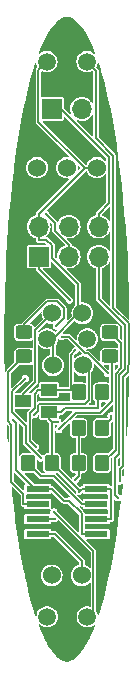
<source format=gbr>
%TF.GenerationSoftware,KiCad,Pcbnew,8.0.0*%
%TF.CreationDate,2024-06-05T20:58:04+05:30*%
%TF.ProjectId,version1,76657273-696f-46e3-912e-6b696361645f,rev?*%
%TF.SameCoordinates,Original*%
%TF.FileFunction,Copper,L2,Bot*%
%TF.FilePolarity,Positive*%
%FSLAX46Y46*%
G04 Gerber Fmt 4.6, Leading zero omitted, Abs format (unit mm)*
G04 Created by KiCad (PCBNEW 8.0.0) date 2024-06-05 20:58:04*
%MOMM*%
%LPD*%
G01*
G04 APERTURE LIST*
G04 Aperture macros list*
%AMRoundRect*
0 Rectangle with rounded corners*
0 $1 Rounding radius*
0 $2 $3 $4 $5 $6 $7 $8 $9 X,Y pos of 4 corners*
0 Add a 4 corners polygon primitive as box body*
4,1,4,$2,$3,$4,$5,$6,$7,$8,$9,$2,$3,0*
0 Add four circle primitives for the rounded corners*
1,1,$1+$1,$2,$3*
1,1,$1+$1,$4,$5*
1,1,$1+$1,$6,$7*
1,1,$1+$1,$8,$9*
0 Add four rect primitives between the rounded corners*
20,1,$1+$1,$2,$3,$4,$5,0*
20,1,$1+$1,$4,$5,$6,$7,0*
20,1,$1+$1,$6,$7,$8,$9,0*
20,1,$1+$1,$8,$9,$2,$3,0*%
G04 Aperture macros list end*
%TA.AperFunction,ComponentPad*%
%ADD10R,1.700000X1.700000*%
%TD*%
%TA.AperFunction,ComponentPad*%
%ADD11O,1.700000X1.700000*%
%TD*%
%TA.AperFunction,ComponentPad*%
%ADD12C,1.500000*%
%TD*%
%TA.AperFunction,ComponentPad*%
%ADD13C,1.524000*%
%TD*%
%TA.AperFunction,SMDPad,CuDef*%
%ADD14RoundRect,0.250000X0.350000X0.450000X-0.350000X0.450000X-0.350000X-0.450000X0.350000X-0.450000X0*%
%TD*%
%TA.AperFunction,SMDPad,CuDef*%
%ADD15RoundRect,0.250000X0.450000X-0.325000X0.450000X0.325000X-0.450000X0.325000X-0.450000X-0.325000X0*%
%TD*%
%TA.AperFunction,SMDPad,CuDef*%
%ADD16RoundRect,0.250000X-0.350000X-0.450000X0.350000X-0.450000X0.350000X0.450000X-0.350000X0.450000X0*%
%TD*%
%TA.AperFunction,SMDPad,CuDef*%
%ADD17R,1.970000X0.600000*%
%TD*%
%TA.AperFunction,SMDPad,CuDef*%
%ADD18R,1.400000X1.000000*%
%TD*%
%TA.AperFunction,ViaPad*%
%ADD19C,0.300000*%
%TD*%
%TA.AperFunction,Conductor*%
%ADD20C,0.200000*%
%TD*%
%TA.AperFunction,Conductor*%
%ADD21C,0.150000*%
%TD*%
G04 APERTURE END LIST*
D10*
%TO.P,J2,1,MISO*%
%TO.N,/PB1*%
X97619200Y-108000000D03*
D11*
%TO.P,J2,2,VCC*%
%TO.N,/V+*%
X97619200Y-105460000D03*
%TO.P,J2,3,SCK*%
%TO.N,/PB2*%
X100159200Y-108000000D03*
%TO.P,J2,4,MOSI*%
%TO.N,/PB0*%
X100159200Y-105460000D03*
%TO.P,J2,5,~{RST}*%
%TO.N,/Reset*%
X102699200Y-108000000D03*
%TO.P,J2,6,GND*%
%TO.N,GND*%
X102699200Y-105460000D03*
%TD*%
D12*
%TO.P,L2,1*%
%TO.N,/V+*%
X98333100Y-114967900D03*
%TO.P,L2,2*%
%TO.N,/PB4*%
X101733100Y-114967900D03*
%TD*%
%TO.P,L3,1*%
%TO.N,/V+*%
X98316400Y-138500000D03*
%TO.P,L3,2*%
%TO.N,/PB2*%
X101716400Y-138500000D03*
%TD*%
D13*
%TO.P,BT1,2,-*%
%TO.N,GND*%
X98706900Y-135000000D03*
%TO.P,BT1,1,+*%
%TO.N,Net-(BT1-+)*%
X101246900Y-135000000D03*
%TD*%
D12*
%TO.P,L1,1*%
%TO.N,/V+*%
X98295100Y-91500000D03*
%TO.P,L1,2*%
%TO.N,/PB3*%
X101695100Y-91500000D03*
%TD*%
D10*
%TO.P,J3,1,Pin_1*%
%TO.N,GND*%
X98730000Y-95500000D03*
D11*
%TO.P,J3,2,Pin_2*%
%TO.N,In+*%
X101270000Y-95500000D03*
%TD*%
D13*
%TO.P,SW2,1,A*%
%TO.N,unconnected-(SW2A-A-Pad1)*%
X97460000Y-100477600D03*
%TO.P,SW2,2,B*%
%TO.N,Net-(BT1-+)*%
X100000000Y-100477600D03*
%TO.P,SW2,3,C*%
%TO.N,/V+*%
X102540000Y-100477600D03*
%TD*%
D14*
%TO.P,R2,1*%
%TO.N,Net-(D1-A)*%
X102976900Y-122500000D03*
%TO.P,R2,2*%
%TO.N,In+*%
X100976900Y-122500000D03*
%TD*%
D15*
%TO.P,D1,1,K*%
%TO.N,Net-(D1-K)*%
X96376900Y-116449800D03*
%TO.P,D1,2,A*%
%TO.N,Net-(D1-A)*%
X96376900Y-114399800D03*
%TD*%
D16*
%TO.P,R1,1*%
%TO.N,Net-(U1-PROG)*%
X96708200Y-125500000D03*
%TO.P,R1,2*%
%TO.N,GND*%
X98708200Y-125500000D03*
%TD*%
D14*
%TO.P,R6,1*%
%TO.N,GND*%
X102976900Y-119500000D03*
%TO.P,R6,2*%
%TO.N,/PB0*%
X100976900Y-119500000D03*
%TD*%
D13*
%TO.P,M1,1,+*%
%TO.N,/V+*%
X98810000Y-117200000D03*
%TO.P,M1,2,-*%
%TO.N,Net-(M1--)*%
X101350000Y-117200000D03*
%TD*%
D17*
%TO.P,U1,8,CE*%
%TO.N,In+*%
X97526900Y-127690000D03*
%TO.P,U1,7,~{CHRG}*%
%TO.N,Net-(D1-K)*%
X97526900Y-128960000D03*
%TO.P,U1,6,~{STDBY}*%
%TO.N,Net-(D2-K)*%
X97526900Y-130230000D03*
%TO.P,U1,5,BAT*%
%TO.N,Net-(BT1-+)*%
X97526900Y-131500000D03*
%TO.P,U1,4,VCC*%
%TO.N,In+*%
X102476900Y-131500000D03*
%TO.P,U1,3,GND*%
%TO.N,GND*%
X102476900Y-130230000D03*
%TO.P,U1,2,PROG*%
%TO.N,Net-(U1-PROG)*%
X102476900Y-128960000D03*
%TO.P,U1,1,TEMP*%
%TO.N,GND*%
X102476900Y-127690000D03*
%TD*%
D18*
%TO.P,Q2,1*%
%TO.N,/PB0*%
X98512100Y-119286500D03*
%TO.P,Q2,2*%
%TO.N,GND*%
X98512100Y-121186500D03*
%TO.P,Q2,3*%
%TO.N,Net-(M2--)*%
X96312100Y-120236500D03*
%TD*%
D13*
%TO.P,M2,1,+*%
%TO.N,/V+*%
X101300000Y-112800000D03*
%TO.P,M2,2,-*%
%TO.N,Net-(M2--)*%
X98760000Y-112800000D03*
%TD*%
D15*
%TO.P,D2,1,K*%
%TO.N,Net-(D2-K)*%
X103635700Y-116451600D03*
%TO.P,D2,2,A*%
%TO.N,Net-(D2-A)*%
X103635700Y-114401600D03*
%TD*%
D14*
%TO.P,R3,1*%
%TO.N,Net-(D2-A)*%
X102976900Y-125500000D03*
%TO.P,R3,2*%
%TO.N,In+*%
X100976900Y-125500000D03*
%TD*%
D19*
%TO.N,Net-(M1--)*%
X97248500Y-121401600D03*
%TO.N,/PB3*%
X104466500Y-127033000D03*
%TO.N,/Reset*%
X104309000Y-128423300D03*
%TO.N,/PB2*%
X98881100Y-129610100D03*
X97773800Y-125063900D03*
X96465400Y-118333800D03*
X98192700Y-104379500D03*
%TO.N,/PB1*%
X100222000Y-111679500D03*
%TO.N,In+*%
X95454600Y-121847600D03*
X100192700Y-128692300D03*
X100692300Y-126903200D03*
%TO.N,/PB0*%
X100708600Y-115942700D03*
X97344400Y-124095600D03*
%TO.N,Net-(D2-K)*%
X99310300Y-122639400D03*
X98953100Y-130216600D03*
%TO.N,Net-(D1-A)*%
X99088200Y-113900100D03*
X99553400Y-114774800D03*
X103444200Y-117893300D03*
X103731700Y-121474400D03*
%TO.N,GND*%
X102669200Y-120843900D03*
X99219100Y-121990400D03*
X101037500Y-127894200D03*
%TD*%
D20*
%TO.N,/V+*%
X98732500Y-107057100D02*
X98237100Y-106561700D01*
X98237100Y-106561700D02*
X97619200Y-106561700D01*
X97619200Y-106561700D02*
X97619200Y-105460000D01*
X100949500Y-110348400D02*
X98732500Y-108131400D01*
X100949500Y-112800000D02*
X100949500Y-110348400D01*
X98732500Y-108131400D02*
X98732500Y-107057100D01*
%TO.N,GND*%
X103585800Y-103471700D02*
X102699200Y-104358300D01*
X102699200Y-104358300D02*
X102699200Y-105460000D01*
X103585800Y-99583550D02*
X103585800Y-103471700D01*
X98730000Y-95500000D02*
X99502250Y-95500000D01*
X99502250Y-95500000D02*
X103585800Y-99583550D01*
D21*
%TO.N,/PB3*%
X102445100Y-92250000D02*
X101695100Y-91500000D01*
X102445100Y-97983230D02*
X102445100Y-92250000D01*
X103910800Y-99448930D02*
X102445100Y-97983230D01*
X105197451Y-117753949D02*
X105215800Y-116547400D01*
X105215800Y-116547400D02*
X105215800Y-113654300D01*
X104730700Y-125708700D02*
X104730700Y-118220700D01*
X105215800Y-113654300D02*
X103910800Y-112349300D01*
X103910800Y-112349300D02*
X103910800Y-99448930D01*
X104466500Y-125972900D02*
X104730700Y-125708700D01*
X104466500Y-127033000D02*
X104466500Y-125972900D01*
X104730700Y-118220700D02*
X105197451Y-117753949D01*
%TO.N,/PB2*%
X98995400Y-105825400D02*
X98995400Y-105182200D01*
X100159200Y-106989200D02*
X98995400Y-105825400D01*
X98995400Y-105182200D02*
X98192700Y-104379500D01*
X100159200Y-108000000D02*
X100159200Y-106989200D01*
D20*
%TO.N,Net-(BT1-+)*%
X99000000Y-131500000D02*
X101246900Y-133746900D01*
X101246900Y-133746900D02*
X101246900Y-135000000D01*
X97526900Y-131500000D02*
X99000000Y-131500000D01*
D21*
%TO.N,Net-(M2--)*%
X96312100Y-120236500D02*
X96312100Y-119634800D01*
X97314500Y-118632400D02*
X96312100Y-119634800D01*
X97314500Y-114245500D02*
X97314500Y-118632400D01*
X98760000Y-112800000D02*
X97314500Y-114245500D01*
%TO.N,Net-(D2-A)*%
X104127300Y-124349600D02*
X102976900Y-125500000D01*
X104127300Y-117903000D02*
X104127300Y-124349600D01*
X104577800Y-117452500D02*
X104127300Y-117903000D01*
X104577800Y-115343700D02*
X104577800Y-117452500D01*
X103635700Y-114401600D02*
X104577800Y-115343700D01*
%TO.N,Net-(U1-PROG)*%
X97777400Y-126569200D02*
X96708200Y-125500000D01*
X98860300Y-126569200D02*
X97777400Y-126569200D01*
X101251100Y-128960000D02*
X98860300Y-126569200D01*
X102476900Y-128960000D02*
X101251100Y-128960000D01*
%TO.N,Net-(M1--)*%
X97584300Y-121065800D02*
X97248500Y-121401600D01*
X97584300Y-120565700D02*
X97584300Y-121065800D01*
X97690200Y-120459800D02*
X97584300Y-120565700D01*
X101549000Y-120459800D02*
X97690200Y-120459800D01*
X101838100Y-120170700D02*
X101549000Y-120459800D01*
X101838100Y-117688100D02*
X101838100Y-120170700D01*
X101350000Y-117200000D02*
X101838100Y-117688100D01*
%TO.N,/Reset*%
X104078600Y-128192900D02*
X104309000Y-128423300D01*
X104078600Y-125061700D02*
X104078600Y-128192900D01*
X104429000Y-124711300D02*
X104078600Y-125061700D01*
X104429000Y-118028000D02*
X104429000Y-124711300D01*
X104894600Y-117562400D02*
X104429000Y-118028000D01*
X104894600Y-113806800D02*
X104894600Y-117562400D01*
X102699200Y-111611400D02*
X104894600Y-113806800D01*
X102699200Y-108000000D02*
X102699200Y-111611400D01*
%TO.N,/PB2*%
X102236100Y-137980300D02*
X101716400Y-138500000D01*
X102236100Y-132965100D02*
X102236100Y-137980300D01*
X98881100Y-129610100D02*
X102236100Y-132965100D01*
X95385400Y-119413800D02*
X96465400Y-118333800D01*
X95385400Y-121198800D02*
X95385400Y-119413800D01*
X96498600Y-122312000D02*
X95385400Y-121198800D01*
X96498600Y-123788700D02*
X96498600Y-122312000D01*
X97773800Y-125063900D02*
X96498600Y-123788700D01*
%TO.N,/PB1*%
X97619200Y-108000000D02*
X97619200Y-109076700D01*
X97619200Y-109076700D02*
X100222000Y-111679500D01*
D20*
%TO.N,In+*%
X100976900Y-125500000D02*
X100976900Y-122500000D01*
X102476900Y-131500000D02*
X101240200Y-131500000D01*
X97526900Y-127690000D02*
X98763600Y-127690000D01*
X101240200Y-129739800D02*
X100192700Y-128692300D01*
X101240200Y-131500000D02*
X101240200Y-129739800D01*
X99765900Y-128692300D02*
X98763600Y-127690000D01*
X100192700Y-128692300D02*
X99765900Y-128692300D01*
X95676400Y-122069400D02*
X95454600Y-121847600D01*
X95676400Y-126043700D02*
X95676400Y-122069400D01*
X97322700Y-127690000D02*
X95676400Y-126043700D01*
X97526900Y-127690000D02*
X97322700Y-127690000D01*
X100976900Y-126618600D02*
X100692300Y-126903200D01*
X100976900Y-125500000D02*
X100976900Y-126618600D01*
D21*
%TO.N,/PB0*%
X100357000Y-116294300D02*
X100708600Y-115942700D01*
X100357000Y-119286500D02*
X100357000Y-116294300D01*
X100763400Y-119286500D02*
X100976900Y-119500000D01*
X100357000Y-119286500D02*
X100763400Y-119286500D01*
X100357000Y-119286500D02*
X98512100Y-119286500D01*
X98512100Y-119286500D02*
X97585400Y-119286500D01*
X96848300Y-123599500D02*
X97344400Y-124095600D01*
X96848300Y-121262700D02*
X96848300Y-123599500D01*
X97255600Y-120855400D02*
X96848300Y-121262700D01*
X97255600Y-119616300D02*
X97255600Y-120855400D01*
X97585400Y-119286500D02*
X97255600Y-119616300D01*
%TO.N,Net-(D2-K)*%
X97526900Y-130230000D02*
X98738600Y-130230000D01*
X98939700Y-130230000D02*
X98953100Y-130216600D01*
X98738600Y-130230000D02*
X98939700Y-130230000D01*
X103825600Y-116641500D02*
X103635700Y-116451600D01*
X103825600Y-120220300D02*
X103825600Y-116641500D01*
X102825300Y-121220600D02*
X103825600Y-120220300D01*
X100729100Y-121220600D02*
X102825300Y-121220600D01*
X99310300Y-122639400D02*
X100729100Y-121220600D01*
%TO.N,Net-(D1-A)*%
X99752200Y-113236100D02*
X99088200Y-113900100D01*
X99752200Y-112359100D02*
X99752200Y-113236100D01*
X99188900Y-111795800D02*
X99752200Y-112359100D01*
X98317300Y-111795800D02*
X99188900Y-111795800D01*
X96376900Y-113736200D02*
X98317300Y-111795800D01*
X96376900Y-114399800D02*
X96376900Y-113736200D01*
X103731700Y-121745200D02*
X103731700Y-121474400D01*
X102976900Y-122500000D02*
X103731700Y-121745200D01*
X100141300Y-114774800D02*
X99553400Y-114774800D01*
X101563200Y-116196700D02*
X100141300Y-114774800D01*
X101747600Y-116196700D02*
X101563200Y-116196700D01*
X103444200Y-117893300D02*
X101747600Y-116196700D01*
%TO.N,Net-(D1-K)*%
X97526900Y-128960000D02*
X96315200Y-128960000D01*
X96315200Y-128083900D02*
X96315200Y-128960000D01*
X95302400Y-127071100D02*
X96315200Y-128083900D01*
X95302400Y-122228100D02*
X95302400Y-127071100D01*
X95039400Y-121965100D02*
X95302400Y-122228100D01*
X95039400Y-117787300D02*
X95039400Y-121965100D01*
X96376900Y-116449800D02*
X95039400Y-117787300D01*
D20*
%TO.N,/V+*%
X97619200Y-105460000D02*
X97619200Y-104358300D01*
X97588600Y-96566300D02*
X101499900Y-100477600D01*
X97588600Y-92206500D02*
X97588600Y-96566300D01*
X98295100Y-91500000D02*
X97588600Y-92206500D01*
X102540000Y-100477600D02*
X101499900Y-100477600D01*
X101499900Y-100477600D02*
X97619200Y-104358300D01*
X98810000Y-114996300D02*
X98781600Y-114967900D01*
X98810000Y-117200000D02*
X98810000Y-114996300D01*
X98781600Y-114967900D02*
X98333100Y-114967900D01*
X101300000Y-112800000D02*
X100949500Y-112800000D01*
X100949500Y-112800000D02*
X98781600Y-114967900D01*
%TO.N,GND*%
X98512100Y-121186500D02*
X98512100Y-121777900D01*
X102476900Y-127690000D02*
X103713600Y-127690000D01*
X102476900Y-130230000D02*
X103713600Y-130230000D01*
X98512100Y-121186500D02*
X99463800Y-121186500D01*
X103713600Y-127690000D02*
X103713600Y-130230000D01*
X98512100Y-121794300D02*
X98708200Y-121990400D01*
X98512100Y-121777900D02*
X98512100Y-121794300D01*
X98708200Y-121990400D02*
X99219100Y-121990400D01*
X102476900Y-127690000D02*
X101328600Y-127690000D01*
X98708200Y-121990400D02*
X98708200Y-125500000D01*
X98708200Y-125500000D02*
X101070000Y-127861700D01*
X101241700Y-127690000D02*
X101070000Y-127861700D01*
X101328600Y-127690000D02*
X101241700Y-127690000D01*
X101070000Y-127861700D02*
X101037500Y-127894200D01*
X102646500Y-119830400D02*
X102646500Y-120833200D01*
X102976900Y-119500000D02*
X102646500Y-119830400D01*
X99817100Y-120833200D02*
X102646500Y-120833200D01*
X99463800Y-121186500D02*
X99817100Y-120833200D01*
X102657200Y-120843900D02*
X102669200Y-120843900D01*
X102646500Y-120833200D02*
X102657200Y-120843900D01*
%TD*%
%TA.AperFunction,NonConductor*%
G36*
X100228343Y-87730964D02*
G01*
X100239602Y-87733773D01*
X100467378Y-87820375D01*
X100476235Y-87824815D01*
X100712889Y-87975174D01*
X100719236Y-87979973D01*
X100878383Y-88122077D01*
X100962983Y-88197617D01*
X100967378Y-88202078D01*
X101214799Y-88487600D01*
X101217829Y-88491474D01*
X101465870Y-88843651D01*
X101467991Y-88846933D01*
X101601160Y-89072230D01*
X101714387Y-89263787D01*
X101715900Y-89266545D01*
X101890837Y-89611423D01*
X101959047Y-89745893D01*
X101960158Y-89748235D01*
X102198892Y-90287883D01*
X102199724Y-90289883D01*
X102394890Y-90789674D01*
X102394125Y-90827170D01*
X102367071Y-90853141D01*
X102329575Y-90852376D01*
X102312833Y-90840286D01*
X102300971Y-90827112D01*
X102246059Y-90787216D01*
X102147830Y-90715849D01*
X101974903Y-90638856D01*
X101974900Y-90638855D01*
X101974896Y-90638854D01*
X101789746Y-90599500D01*
X101600454Y-90599500D01*
X101415303Y-90638854D01*
X101415294Y-90638857D01*
X101284909Y-90696909D01*
X101243013Y-90715563D01*
X101242368Y-90715850D01*
X101089227Y-90827113D01*
X101089224Y-90827115D01*
X100962570Y-90967780D01*
X100962564Y-90967788D01*
X100867923Y-91131712D01*
X100867921Y-91131715D01*
X100809426Y-91311743D01*
X100802158Y-91380900D01*
X100789640Y-91500000D01*
X100809426Y-91688256D01*
X100867921Y-91868284D01*
X100962567Y-92032216D01*
X100962570Y-92032219D01*
X101089224Y-92172884D01*
X101089227Y-92172886D01*
X101089229Y-92172888D01*
X101242370Y-92284151D01*
X101415297Y-92361144D01*
X101600454Y-92400500D01*
X101789746Y-92400500D01*
X101974903Y-92361144D01*
X102125727Y-92293991D01*
X102163215Y-92293010D01*
X102180303Y-92304108D01*
X102205248Y-92329053D01*
X102219600Y-92363701D01*
X102219600Y-94958542D01*
X102205248Y-94993190D01*
X102170600Y-95007542D01*
X102135952Y-94993190D01*
X102127386Y-94981641D01*
X102115039Y-94958542D01*
X102105910Y-94941462D01*
X102105907Y-94941458D01*
X102105905Y-94941455D01*
X102052537Y-94876427D01*
X101980883Y-94789117D01*
X101909227Y-94730310D01*
X101828544Y-94664094D01*
X101828541Y-94664092D01*
X101828539Y-94664091D01*
X101828538Y-94664090D01*
X101710202Y-94600838D01*
X101654726Y-94571185D01*
X101466132Y-94513976D01*
X101270000Y-94494659D01*
X101073867Y-94513976D01*
X101073866Y-94513976D01*
X100885273Y-94571185D01*
X100711458Y-94664092D01*
X100711455Y-94664094D01*
X100559117Y-94789117D01*
X100434094Y-94941455D01*
X100434092Y-94941458D01*
X100341185Y-95115273D01*
X100283976Y-95303866D01*
X100283976Y-95303867D01*
X100264659Y-95499999D01*
X100264659Y-95500000D01*
X100283976Y-95696132D01*
X100283976Y-95696133D01*
X100327921Y-95841000D01*
X100324245Y-95878322D01*
X100295255Y-95902114D01*
X100257933Y-95898438D01*
X100246383Y-95889872D01*
X99744852Y-95388341D01*
X99730500Y-95353693D01*
X99730500Y-94635180D01*
X99730499Y-94635176D01*
X99721767Y-94591278D01*
X99688504Y-94541495D01*
X99638721Y-94508232D01*
X99594823Y-94499500D01*
X99594820Y-94499500D01*
X97888100Y-94499500D01*
X97853452Y-94485148D01*
X97839100Y-94450500D01*
X97839100Y-92358148D01*
X97853452Y-92323500D01*
X97888100Y-92309148D01*
X97908025Y-92313383D01*
X98015297Y-92361144D01*
X98200454Y-92400500D01*
X98389746Y-92400500D01*
X98574903Y-92361144D01*
X98747830Y-92284151D01*
X98900971Y-92172888D01*
X99027633Y-92032216D01*
X99122279Y-91868284D01*
X99180774Y-91688256D01*
X99200560Y-91500000D01*
X99180774Y-91311744D01*
X99122279Y-91131716D01*
X99027633Y-90967784D01*
X98997899Y-90934761D01*
X98900975Y-90827115D01*
X98900972Y-90827113D01*
X98849442Y-90789674D01*
X98747830Y-90715849D01*
X98574903Y-90638856D01*
X98574900Y-90638855D01*
X98574896Y-90638854D01*
X98389746Y-90599500D01*
X98200454Y-90599500D01*
X98015303Y-90638854D01*
X98015294Y-90638857D01*
X97884909Y-90696909D01*
X97843013Y-90715563D01*
X97842368Y-90715850D01*
X97687151Y-90828622D01*
X97686292Y-90827440D01*
X97655149Y-90838419D01*
X97621322Y-90822227D01*
X97608853Y-90786857D01*
X97612137Y-90771671D01*
X97800287Y-90289849D01*
X97801091Y-90287915D01*
X98039858Y-89748193D01*
X98040930Y-89745934D01*
X98284109Y-89266521D01*
X98285591Y-89263820D01*
X98532012Y-88846924D01*
X98534114Y-88843672D01*
X98782175Y-88491463D01*
X98785188Y-88487611D01*
X99032620Y-88202077D01*
X99037007Y-88197624D01*
X99280769Y-87979966D01*
X99287104Y-87975176D01*
X99523766Y-87824812D01*
X99532616Y-87820376D01*
X99760397Y-87733773D01*
X99771652Y-87730964D01*
X99993853Y-87702872D01*
X100006145Y-87702872D01*
X100228343Y-87730964D01*
G37*
%TD.AperFunction*%
%TA.AperFunction,NonConductor*%
G36*
X102193699Y-95998243D02*
G01*
X102217490Y-96027233D01*
X102219600Y-96041457D01*
X102219600Y-97744793D01*
X102205248Y-97779441D01*
X102170600Y-97793793D01*
X102135952Y-97779441D01*
X100880127Y-96523616D01*
X100865775Y-96488968D01*
X100880127Y-96454320D01*
X100914775Y-96439968D01*
X100928997Y-96442077D01*
X101073868Y-96486024D01*
X101270000Y-96505341D01*
X101466132Y-96486024D01*
X101654727Y-96428814D01*
X101828538Y-96335910D01*
X101980883Y-96210883D01*
X102105910Y-96058538D01*
X102127387Y-96018357D01*
X102156376Y-95994567D01*
X102193699Y-95998243D01*
G37*
%TD.AperFunction*%
%TA.AperFunction,NonConductor*%
G36*
X99814148Y-96166158D02*
G01*
X103320948Y-99672958D01*
X103335300Y-99707606D01*
X103335300Y-99869511D01*
X103320948Y-99904159D01*
X103286300Y-99918511D01*
X103251652Y-99904159D01*
X103249886Y-99902298D01*
X103153949Y-99795748D01*
X103153946Y-99795746D01*
X103032632Y-99707606D01*
X102998763Y-99682999D01*
X102823531Y-99604981D01*
X102823528Y-99604980D01*
X102823524Y-99604979D01*
X102635908Y-99565100D01*
X102444092Y-99565100D01*
X102256475Y-99604979D01*
X102256466Y-99604982D01*
X102081235Y-99683000D01*
X101926053Y-99795746D01*
X101926050Y-99795748D01*
X101797709Y-99938288D01*
X101797703Y-99938296D01*
X101701800Y-100104405D01*
X101701798Y-100104408D01*
X101672934Y-100193242D01*
X101648577Y-100221760D01*
X101626332Y-100227100D01*
X101623956Y-100227100D01*
X101589308Y-100212748D01*
X97960709Y-96584148D01*
X97946357Y-96549500D01*
X97960709Y-96514852D01*
X97995357Y-96500500D01*
X99594820Y-96500500D01*
X99638722Y-96491767D01*
X99688504Y-96458504D01*
X99721767Y-96408722D01*
X99730500Y-96364820D01*
X99730500Y-96200806D01*
X99744852Y-96166158D01*
X99779500Y-96151806D01*
X99814148Y-96166158D01*
G37*
%TD.AperFunction*%
%TA.AperFunction,NonConductor*%
G36*
X100984766Y-100317105D02*
G01*
X100988577Y-100320537D01*
X101110991Y-100442951D01*
X101125343Y-100477599D01*
X101110991Y-100512247D01*
X100988577Y-100634660D01*
X100953929Y-100649012D01*
X100919281Y-100634660D01*
X100904929Y-100600012D01*
X100905195Y-100594916D01*
X100917526Y-100477600D01*
X100905197Y-100360304D01*
X100915849Y-100324348D01*
X100948807Y-100306453D01*
X100984766Y-100317105D01*
G37*
%TD.AperFunction*%
%TA.AperFunction,NonConductor*%
G36*
X103670948Y-103810108D02*
G01*
X103685300Y-103844756D01*
X103685300Y-104986829D01*
X103670948Y-105021477D01*
X103636300Y-105035829D01*
X103601652Y-105021477D01*
X103593086Y-105009928D01*
X103582985Y-104991030D01*
X103535110Y-104901462D01*
X103535107Y-104901458D01*
X103535105Y-104901455D01*
X103481737Y-104836427D01*
X103410083Y-104749117D01*
X103338427Y-104690310D01*
X103257744Y-104624094D01*
X103257741Y-104624092D01*
X103257739Y-104624091D01*
X103257738Y-104624090D01*
X103083927Y-104531186D01*
X103083924Y-104531185D01*
X103006134Y-104507587D01*
X102977144Y-104483795D01*
X102973468Y-104446473D01*
X102985708Y-104426051D01*
X103601652Y-103810108D01*
X103636300Y-103795756D01*
X103670948Y-103810108D01*
G37*
%TD.AperFunction*%
%TA.AperFunction,NonConductor*%
G36*
X98665402Y-105174091D02*
G01*
X98676952Y-105182657D01*
X98755548Y-105261253D01*
X98769900Y-105295901D01*
X98769900Y-105776588D01*
X98769899Y-105776602D01*
X98769899Y-105870256D01*
X98784930Y-105906542D01*
X98804230Y-105953136D01*
X98804231Y-105953137D01*
X98804231Y-105953138D01*
X98874555Y-106023461D01*
X98874557Y-106023462D01*
X99830072Y-106978977D01*
X99844424Y-107013625D01*
X99830072Y-107048273D01*
X99809649Y-107060515D01*
X99774473Y-107071186D01*
X99774468Y-107071188D01*
X99600658Y-107164092D01*
X99600655Y-107164094D01*
X99448317Y-107289117D01*
X99323294Y-107441455D01*
X99323292Y-107441458D01*
X99230385Y-107615273D01*
X99173176Y-107803866D01*
X99173176Y-107803867D01*
X99153859Y-107999999D01*
X99153859Y-108000000D01*
X99162122Y-108083898D01*
X99151235Y-108119786D01*
X99118161Y-108137465D01*
X99082273Y-108126578D01*
X99078710Y-108123349D01*
X98997352Y-108041991D01*
X98983000Y-108007343D01*
X98983000Y-107007274D01*
X98982999Y-107007270D01*
X98944864Y-106915203D01*
X98944862Y-106915201D01*
X98944862Y-106915200D01*
X98874397Y-106844736D01*
X98378999Y-106349337D01*
X98286929Y-106311200D01*
X98285654Y-106310947D01*
X98284572Y-106310224D01*
X98282469Y-106309353D01*
X98282642Y-106308934D01*
X98254471Y-106290111D01*
X98247154Y-106253329D01*
X98264126Y-106225012D01*
X98330083Y-106170883D01*
X98455110Y-106018538D01*
X98548014Y-105844727D01*
X98605224Y-105656132D01*
X98624541Y-105460000D01*
X98605224Y-105263868D01*
X98595414Y-105231528D01*
X98599090Y-105194207D01*
X98628080Y-105170415D01*
X98665402Y-105174091D01*
G37*
%TD.AperFunction*%
%TA.AperFunction,NonConductor*%
G36*
X103659398Y-108429956D02*
G01*
X103683190Y-108458946D01*
X103685300Y-108473170D01*
X103685300Y-112160298D01*
X103670948Y-112194946D01*
X103636300Y-112209298D01*
X103601652Y-112194946D01*
X102939052Y-111532346D01*
X102924700Y-111497698D01*
X102924700Y-109013455D01*
X102939052Y-108978807D01*
X102959473Y-108966566D01*
X103083927Y-108928814D01*
X103257738Y-108835910D01*
X103410083Y-108710883D01*
X103535110Y-108558538D01*
X103593086Y-108450071D01*
X103622076Y-108426280D01*
X103659398Y-108429956D01*
G37*
%TD.AperFunction*%
%TA.AperFunction,NonConductor*%
G36*
X102674454Y-91597189D02*
G01*
X102683151Y-91613433D01*
X102867747Y-92205147D01*
X102882661Y-92252951D01*
X102883050Y-92254265D01*
X102898486Y-92309148D01*
X103096888Y-93014586D01*
X103097204Y-93015767D01*
X103303503Y-93826362D01*
X103303761Y-93827423D01*
X103303771Y-93827466D01*
X103491334Y-94639818D01*
X103502152Y-94686669D01*
X103502361Y-94687620D01*
X103559193Y-94958542D01*
X103692379Y-95593444D01*
X103692556Y-95594326D01*
X103873852Y-96545105D01*
X103874000Y-96545919D01*
X104046170Y-97539715D01*
X104046295Y-97540471D01*
X104208989Y-98575622D01*
X104209095Y-98576331D01*
X104361946Y-99651061D01*
X104362036Y-99651728D01*
X104504664Y-100764117D01*
X104504741Y-100764751D01*
X104636815Y-101913243D01*
X104636881Y-101913848D01*
X104758028Y-103096531D01*
X104758084Y-103097112D01*
X104867968Y-104312402D01*
X104868015Y-104312962D01*
X104966271Y-105558946D01*
X104966311Y-105559490D01*
X105052595Y-106834533D01*
X105052628Y-106835063D01*
X105126588Y-108137314D01*
X105126615Y-108137833D01*
X105187910Y-109465725D01*
X105187931Y-109466235D01*
X105236209Y-110817916D01*
X105236224Y-110818420D01*
X105271137Y-112192146D01*
X105271147Y-112192646D01*
X105287810Y-113288370D01*
X105273987Y-113323232D01*
X105239561Y-113338109D01*
X105204699Y-113324286D01*
X105204168Y-113323763D01*
X104150652Y-112270247D01*
X104136300Y-112235599D01*
X104136300Y-99499494D01*
X104136301Y-99499485D01*
X104136301Y-99404078D01*
X104136300Y-99404074D01*
X104101970Y-99321195D01*
X104101969Y-99321193D01*
X104035746Y-99254970D01*
X104035739Y-99254964D01*
X102684952Y-97904177D01*
X102670600Y-97869529D01*
X102670600Y-92205147D01*
X102670600Y-92205145D01*
X102636270Y-92122264D01*
X102636269Y-92122263D01*
X102636268Y-92122261D01*
X102570046Y-92056040D01*
X102570039Y-92056034D01*
X102497625Y-91983620D01*
X102483273Y-91948972D01*
X102489837Y-91924474D01*
X102522279Y-91868284D01*
X102580774Y-91688256D01*
X102587642Y-91622902D01*
X102605537Y-91589946D01*
X102641496Y-91579294D01*
X102674454Y-91597189D01*
G37*
%TD.AperFunction*%
%TA.AperFunction,NonConductor*%
G36*
X97838646Y-112662653D02*
G01*
X97852998Y-112697301D01*
X97852730Y-112702417D01*
X97842474Y-112800000D01*
X97862524Y-112990764D01*
X97921798Y-113173191D01*
X97935730Y-113197322D01*
X97956476Y-113233256D01*
X97961371Y-113270438D01*
X97948689Y-113292404D01*
X97286918Y-113954175D01*
X97252270Y-113968527D01*
X97217622Y-113954175D01*
X97208611Y-113941772D01*
X97154954Y-113836464D01*
X97154949Y-113836457D01*
X97065242Y-113746750D01*
X97065235Y-113746745D01*
X96952208Y-113689155D01*
X96952205Y-113689154D01*
X96952204Y-113689154D01*
X96882888Y-113678175D01*
X96866457Y-113675573D01*
X96834481Y-113655977D01*
X96825726Y-113619510D01*
X96839473Y-113592530D01*
X97769351Y-112662652D01*
X97803998Y-112648301D01*
X97838646Y-112662653D01*
G37*
%TD.AperFunction*%
%TA.AperFunction,NonConductor*%
G36*
X98320282Y-113603080D02*
G01*
X98476469Y-113672619D01*
X98664092Y-113712500D01*
X98764652Y-113712500D01*
X98799300Y-113726852D01*
X98813652Y-113761500D01*
X98807088Y-113785999D01*
X98801466Y-113795735D01*
X98783064Y-113900100D01*
X98801466Y-114004465D01*
X98854450Y-114096236D01*
X98854452Y-114096239D01*
X98935631Y-114164356D01*
X99035214Y-114200600D01*
X99076342Y-114200600D01*
X99110990Y-114214952D01*
X99125342Y-114249600D01*
X99110990Y-114284248D01*
X99070686Y-114324552D01*
X99051884Y-114343354D01*
X99017236Y-114357705D01*
X98982587Y-114343353D01*
X98980822Y-114341492D01*
X98938975Y-114295015D01*
X98938972Y-114295013D01*
X98924156Y-114284248D01*
X98785830Y-114183749D01*
X98612903Y-114106756D01*
X98612900Y-114106755D01*
X98612896Y-114106754D01*
X98427746Y-114067400D01*
X98238454Y-114067400D01*
X98053303Y-114106754D01*
X98053294Y-114106757D01*
X97880368Y-114183750D01*
X97727227Y-114295013D01*
X97727224Y-114295015D01*
X97625414Y-114408088D01*
X97591564Y-114424234D01*
X97556213Y-114411715D01*
X97540067Y-114377865D01*
X97540000Y-114375301D01*
X97540000Y-114359200D01*
X97554351Y-114324553D01*
X98265707Y-113613196D01*
X98300354Y-113598845D01*
X98320282Y-113603080D01*
G37*
%TD.AperFunction*%
%TA.AperFunction,NonConductor*%
G36*
X101076224Y-116028629D02*
G01*
X101257081Y-116209486D01*
X101271433Y-116244134D01*
X101257081Y-116278782D01*
X101232621Y-116292063D01*
X101066476Y-116327379D01*
X101066466Y-116327382D01*
X100891235Y-116405400D01*
X100736053Y-116518146D01*
X100736050Y-116518148D01*
X100667914Y-116593823D01*
X100634065Y-116609969D01*
X100598713Y-116597450D01*
X100582567Y-116563601D01*
X100582500Y-116561036D01*
X100582500Y-116408001D01*
X100596852Y-116373353D01*
X100712654Y-116257552D01*
X100747302Y-116243200D01*
X100761586Y-116243200D01*
X100861168Y-116206956D01*
X100942347Y-116138839D01*
X100942349Y-116138836D01*
X100967611Y-116095081D01*
X100995334Y-116047063D01*
X100995335Y-116047051D01*
X100995526Y-116046531D01*
X100995838Y-116046189D01*
X100997478Y-116043350D01*
X100998106Y-116043713D01*
X101020855Y-116018874D01*
X101058322Y-116017227D01*
X101076224Y-116028629D01*
G37*
%TD.AperFunction*%
%TA.AperFunction,NonConductor*%
G36*
X101660980Y-100742452D02*
G01*
X101672934Y-100761958D01*
X101701798Y-100850791D01*
X101797706Y-101016908D01*
X101797709Y-101016911D01*
X101926050Y-101159451D01*
X101926053Y-101159453D01*
X101926055Y-101159455D01*
X102081237Y-101272201D01*
X102256469Y-101350219D01*
X102444092Y-101390100D01*
X102635908Y-101390100D01*
X102823531Y-101350219D01*
X102998763Y-101272201D01*
X103153945Y-101159455D01*
X103249886Y-101052901D01*
X103283735Y-101036755D01*
X103319087Y-101049274D01*
X103335233Y-101083123D01*
X103335300Y-101085688D01*
X103335300Y-103347642D01*
X103320948Y-103382290D01*
X102486837Y-104216401D01*
X102448700Y-104308470D01*
X102448700Y-104454127D01*
X102434348Y-104488775D01*
X102413924Y-104501017D01*
X102314475Y-104531185D01*
X102314468Y-104531188D01*
X102140658Y-104624092D01*
X102140655Y-104624094D01*
X101988317Y-104749117D01*
X101863294Y-104901455D01*
X101863292Y-104901458D01*
X101770385Y-105075273D01*
X101713176Y-105263866D01*
X101713176Y-105263867D01*
X101693859Y-105459999D01*
X101693859Y-105460000D01*
X101713176Y-105656132D01*
X101713176Y-105656133D01*
X101770385Y-105844726D01*
X101794561Y-105889956D01*
X101863289Y-106018537D01*
X101863292Y-106018541D01*
X101863294Y-106018544D01*
X101929510Y-106099227D01*
X101988317Y-106170883D01*
X102054271Y-106225010D01*
X102140655Y-106295905D01*
X102140658Y-106295907D01*
X102140662Y-106295910D01*
X102314473Y-106388814D01*
X102503068Y-106446024D01*
X102699200Y-106465341D01*
X102895332Y-106446024D01*
X103083927Y-106388814D01*
X103257738Y-106295910D01*
X103410083Y-106170883D01*
X103535110Y-106018538D01*
X103593086Y-105910071D01*
X103622076Y-105886280D01*
X103659398Y-105889956D01*
X103683190Y-105918946D01*
X103685300Y-105933170D01*
X103685300Y-107526829D01*
X103670948Y-107561477D01*
X103636300Y-107575829D01*
X103601652Y-107561477D01*
X103593086Y-107549928D01*
X103535110Y-107441462D01*
X103535107Y-107441458D01*
X103535105Y-107441455D01*
X103481737Y-107376427D01*
X103410083Y-107289117D01*
X103338427Y-107230310D01*
X103257744Y-107164094D01*
X103257741Y-107164092D01*
X103257739Y-107164091D01*
X103257738Y-107164090D01*
X103177792Y-107121358D01*
X103083926Y-107071185D01*
X102895332Y-107013976D01*
X102699200Y-106994659D01*
X102503067Y-107013976D01*
X102503066Y-107013976D01*
X102314473Y-107071185D01*
X102140658Y-107164092D01*
X102140655Y-107164094D01*
X101988317Y-107289117D01*
X101863294Y-107441455D01*
X101863292Y-107441458D01*
X101770385Y-107615273D01*
X101713176Y-107803866D01*
X101713176Y-107803867D01*
X101693859Y-107999999D01*
X101693859Y-108000000D01*
X101713176Y-108196132D01*
X101713176Y-108196133D01*
X101770385Y-108384726D01*
X101794561Y-108429956D01*
X101863289Y-108558537D01*
X101863292Y-108558541D01*
X101863294Y-108558544D01*
X101929510Y-108639227D01*
X101988317Y-108710883D01*
X102075627Y-108782537D01*
X102140655Y-108835905D01*
X102140658Y-108835907D01*
X102140662Y-108835910D01*
X102314473Y-108928814D01*
X102438925Y-108966566D01*
X102467914Y-108990356D01*
X102473700Y-109013455D01*
X102473700Y-111562588D01*
X102473699Y-111562602D01*
X102473699Y-111656259D01*
X102483327Y-111679499D01*
X102483328Y-111679500D01*
X102508030Y-111739136D01*
X102508031Y-111739137D01*
X102508031Y-111739138D01*
X102578355Y-111809461D01*
X102578357Y-111809462D01*
X104654748Y-113885853D01*
X104669100Y-113920501D01*
X104669100Y-114997799D01*
X104654748Y-115032447D01*
X104620100Y-115046799D01*
X104585452Y-115032447D01*
X104474094Y-114921089D01*
X104459742Y-114886441D01*
X104465082Y-114864196D01*
X104471346Y-114851904D01*
X104486200Y-114758119D01*
X104486199Y-114045082D01*
X104471346Y-113951296D01*
X104455655Y-113920501D01*
X104413754Y-113838264D01*
X104413749Y-113838257D01*
X104324042Y-113748550D01*
X104324035Y-113748545D01*
X104211008Y-113690955D01*
X104211005Y-113690954D01*
X104211004Y-113690954D01*
X104117219Y-113676100D01*
X104117217Y-113676100D01*
X103154182Y-113676100D01*
X103060396Y-113690953D01*
X102947364Y-113748545D01*
X102947357Y-113748550D01*
X102857650Y-113838257D01*
X102857645Y-113838264D01*
X102800055Y-113951290D01*
X102800055Y-113951292D01*
X102800054Y-113951294D01*
X102800054Y-113951296D01*
X102785697Y-114041946D01*
X102785200Y-114045082D01*
X102785200Y-114758117D01*
X102800053Y-114851903D01*
X102857645Y-114964935D01*
X102857650Y-114964942D01*
X102947357Y-115054649D01*
X102947364Y-115054654D01*
X103060391Y-115112244D01*
X103060392Y-115112244D01*
X103060396Y-115112246D01*
X103154181Y-115127100D01*
X104021998Y-115127099D01*
X104056646Y-115141451D01*
X104337948Y-115422753D01*
X104352300Y-115457401D01*
X104352300Y-115732986D01*
X104337948Y-115767634D01*
X104303300Y-115781986D01*
X104281055Y-115776646D01*
X104222006Y-115746560D01*
X104211004Y-115740954D01*
X104117219Y-115726100D01*
X104117217Y-115726100D01*
X103154182Y-115726100D01*
X103060396Y-115740953D01*
X102947364Y-115798545D01*
X102947357Y-115798550D01*
X102857650Y-115888257D01*
X102857645Y-115888264D01*
X102800055Y-116001290D01*
X102800055Y-116001292D01*
X102800054Y-116001294D01*
X102800054Y-116001296D01*
X102788245Y-116075856D01*
X102785200Y-116095082D01*
X102785200Y-116797099D01*
X102770848Y-116831747D01*
X102736200Y-116846099D01*
X102701552Y-116831747D01*
X101945662Y-116075857D01*
X101945662Y-116075856D01*
X101875337Y-116005530D01*
X101851060Y-115995474D01*
X101792456Y-115971199D01*
X101792455Y-115971199D01*
X101702745Y-115971199D01*
X101697044Y-115971199D01*
X101697036Y-115971200D01*
X101676901Y-115971200D01*
X101642253Y-115956848D01*
X101637453Y-115952048D01*
X101623101Y-115917400D01*
X101637453Y-115882752D01*
X101672101Y-115868400D01*
X101827746Y-115868400D01*
X102012903Y-115829044D01*
X102185830Y-115752051D01*
X102338971Y-115640788D01*
X102465633Y-115500116D01*
X102560279Y-115336184D01*
X102618774Y-115156156D01*
X102638560Y-114967900D01*
X102618774Y-114779644D01*
X102560279Y-114599616D01*
X102465633Y-114435684D01*
X102415373Y-114379865D01*
X102338975Y-114295015D01*
X102338972Y-114295013D01*
X102324156Y-114284248D01*
X102185830Y-114183749D01*
X102012903Y-114106756D01*
X102012900Y-114106755D01*
X102012896Y-114106754D01*
X101827746Y-114067400D01*
X101638454Y-114067400D01*
X101453303Y-114106754D01*
X101453294Y-114106757D01*
X101280368Y-114183750D01*
X101127227Y-114295013D01*
X101127224Y-114295015D01*
X101000570Y-114435680D01*
X101000564Y-114435688D01*
X100905923Y-114599612D01*
X100905921Y-114599615D01*
X100847426Y-114779643D01*
X100827640Y-114967900D01*
X100833651Y-115025097D01*
X100822999Y-115061055D01*
X100790040Y-115078950D01*
X100754082Y-115068298D01*
X100750271Y-115064866D01*
X100339362Y-114653957D01*
X100339362Y-114653956D01*
X100269037Y-114583630D01*
X100244760Y-114573574D01*
X100186156Y-114549299D01*
X100186155Y-114549299D01*
X100096445Y-114549299D01*
X100090744Y-114549299D01*
X100090736Y-114549300D01*
X99769990Y-114549300D01*
X99738494Y-114537836D01*
X99705970Y-114510546D01*
X99705968Y-114510544D01*
X99705966Y-114510543D01*
X99705963Y-114510541D01*
X99695577Y-114506761D01*
X99667928Y-114481424D01*
X99666294Y-114443956D01*
X99677688Y-114426071D01*
X100619420Y-113484339D01*
X100654067Y-113469988D01*
X100683336Y-113481226D01*
X100683977Y-113480345D01*
X100686053Y-113481853D01*
X100686055Y-113481855D01*
X100841237Y-113594601D01*
X101016469Y-113672619D01*
X101204092Y-113712500D01*
X101395908Y-113712500D01*
X101583531Y-113672619D01*
X101758763Y-113594601D01*
X101913945Y-113481855D01*
X101914512Y-113481226D01*
X101963093Y-113427270D01*
X102042294Y-113339308D01*
X102138202Y-113173191D01*
X102197476Y-112990764D01*
X102217526Y-112800000D01*
X102197476Y-112609236D01*
X102138202Y-112426809D01*
X102042294Y-112260692D01*
X101996019Y-112209298D01*
X101913949Y-112118148D01*
X101913946Y-112118146D01*
X101913396Y-112117746D01*
X101758763Y-112005399D01*
X101583531Y-111927381D01*
X101583528Y-111927380D01*
X101583524Y-111927379D01*
X101395908Y-111887500D01*
X101249000Y-111887500D01*
X101214352Y-111873148D01*
X101200000Y-111838500D01*
X101200000Y-110298574D01*
X101199999Y-110298570D01*
X101161864Y-110206503D01*
X101161862Y-110206501D01*
X101161862Y-110206500D01*
X101091397Y-110136036D01*
X100035850Y-109080489D01*
X100021498Y-109045841D01*
X100035850Y-109011193D01*
X100070498Y-108996841D01*
X100075284Y-108997076D01*
X100159200Y-109005341D01*
X100355332Y-108986024D01*
X100543927Y-108928814D01*
X100717738Y-108835910D01*
X100870083Y-108710883D01*
X100995110Y-108558538D01*
X101088014Y-108384727D01*
X101145224Y-108196132D01*
X101164541Y-108000000D01*
X101145224Y-107803868D01*
X101088014Y-107615273D01*
X100995110Y-107441462D01*
X100995107Y-107441458D01*
X100995105Y-107441455D01*
X100941737Y-107376427D01*
X100870083Y-107289117D01*
X100798427Y-107230310D01*
X100717744Y-107164094D01*
X100717741Y-107164092D01*
X100717739Y-107164091D01*
X100717738Y-107164090D01*
X100637792Y-107121358D01*
X100543926Y-107071185D01*
X100419477Y-107033434D01*
X100390487Y-107009642D01*
X100384701Y-106986544D01*
X100384701Y-106944348D01*
X100384700Y-106944344D01*
X100372628Y-106915201D01*
X100350370Y-106861465D01*
X100350370Y-106861464D01*
X100286936Y-106798030D01*
X100284146Y-106795240D01*
X100284139Y-106795234D01*
X100028689Y-106539784D01*
X100014337Y-106505136D01*
X100028689Y-106470488D01*
X100063337Y-106456136D01*
X100068129Y-106456371D01*
X100159200Y-106465341D01*
X100355332Y-106446024D01*
X100543927Y-106388814D01*
X100717738Y-106295910D01*
X100870083Y-106170883D01*
X100995110Y-106018538D01*
X101088014Y-105844727D01*
X101145224Y-105656132D01*
X101164541Y-105460000D01*
X101145224Y-105263868D01*
X101088014Y-105075273D01*
X100995110Y-104901462D01*
X100995107Y-104901458D01*
X100995105Y-104901455D01*
X100941737Y-104836427D01*
X100870083Y-104749117D01*
X100798427Y-104690310D01*
X100717744Y-104624094D01*
X100717741Y-104624092D01*
X100717739Y-104624091D01*
X100717738Y-104624090D01*
X100637792Y-104581358D01*
X100543926Y-104531185D01*
X100355332Y-104473976D01*
X100159200Y-104454659D01*
X99963067Y-104473976D01*
X99963066Y-104473976D01*
X99774473Y-104531185D01*
X99600658Y-104624092D01*
X99600655Y-104624094D01*
X99448317Y-104749117D01*
X99323294Y-104901455D01*
X99323292Y-104901458D01*
X99253516Y-105031998D01*
X99224525Y-105055789D01*
X99187203Y-105052113D01*
X99175654Y-105043548D01*
X99153583Y-105021477D01*
X99123136Y-104991030D01*
X99123134Y-104991029D01*
X99120343Y-104988238D01*
X99120343Y-104988237D01*
X99120339Y-104988234D01*
X98505813Y-104373708D01*
X98492205Y-104347569D01*
X98479434Y-104275137D01*
X98426448Y-104183362D01*
X98426447Y-104183360D01*
X98345268Y-104115244D01*
X98323148Y-104107193D01*
X98295498Y-104081856D01*
X98293862Y-104044389D01*
X98305257Y-104026502D01*
X101589308Y-100742452D01*
X101623956Y-100728100D01*
X101626332Y-100728100D01*
X101660980Y-100742452D01*
G37*
%TD.AperFunction*%
%TA.AperFunction,NonConductor*%
G36*
X104346959Y-117147966D02*
G01*
X104352300Y-117170212D01*
X104352300Y-117338799D01*
X104337948Y-117373447D01*
X104134748Y-117576647D01*
X104100100Y-117590999D01*
X104065452Y-117576647D01*
X104051100Y-117541999D01*
X104051100Y-117226099D01*
X104065452Y-117191451D01*
X104100100Y-117177099D01*
X104117217Y-117177099D01*
X104117218Y-117177099D01*
X104211004Y-117162246D01*
X104281055Y-117126552D01*
X104318442Y-117123610D01*
X104346959Y-117147966D01*
G37*
%TD.AperFunction*%
%TA.AperFunction,NonConductor*%
G36*
X103585748Y-117191451D02*
G01*
X103600100Y-117226099D01*
X103600100Y-117560278D01*
X103585748Y-117594926D01*
X103551100Y-117609278D01*
X103534342Y-117606323D01*
X103497186Y-117592800D01*
X103482901Y-117592800D01*
X103448253Y-117578448D01*
X103130552Y-117260747D01*
X103116200Y-117226099D01*
X103130552Y-117191451D01*
X103165197Y-117177099D01*
X103551100Y-117177099D01*
X103585748Y-117191451D01*
G37*
%TD.AperFunction*%
%TA.AperFunction,NonConductor*%
G36*
X97399690Y-91628761D02*
G01*
X97405026Y-91646393D01*
X97409426Y-91688256D01*
X97467921Y-91868284D01*
X97487420Y-91902058D01*
X97492314Y-91939240D01*
X97479633Y-91961205D01*
X97446703Y-91994135D01*
X97439812Y-92001027D01*
X97439811Y-92001027D01*
X97376237Y-92064601D01*
X97338100Y-92156670D01*
X97338100Y-92156672D01*
X97338100Y-96516472D01*
X97338100Y-96616128D01*
X97376236Y-96708197D01*
X97376237Y-96708198D01*
X97376237Y-96708199D01*
X100153213Y-99485173D01*
X100167565Y-99519821D01*
X100153213Y-99554469D01*
X100118565Y-99568821D01*
X100108378Y-99567750D01*
X100095910Y-99565100D01*
X100095908Y-99565100D01*
X99904092Y-99565100D01*
X99716475Y-99604979D01*
X99716466Y-99604982D01*
X99541235Y-99683000D01*
X99386053Y-99795746D01*
X99386050Y-99795748D01*
X99257709Y-99938288D01*
X99257703Y-99938296D01*
X99161800Y-100104405D01*
X99161798Y-100104408D01*
X99126597Y-100212748D01*
X99102524Y-100286836D01*
X99082474Y-100477600D01*
X99102524Y-100668364D01*
X99161798Y-100850791D01*
X99257706Y-101016908D01*
X99257709Y-101016911D01*
X99386050Y-101159451D01*
X99386053Y-101159453D01*
X99386055Y-101159455D01*
X99541237Y-101272201D01*
X99716469Y-101350219D01*
X99904092Y-101390100D01*
X100095906Y-101390100D01*
X100095908Y-101390100D01*
X100108377Y-101387449D01*
X100145249Y-101394282D01*
X100166493Y-101425188D01*
X100159660Y-101462063D01*
X100153212Y-101470026D01*
X97406837Y-104216401D01*
X97368700Y-104308470D01*
X97368700Y-104454127D01*
X97354348Y-104488775D01*
X97333924Y-104501017D01*
X97234475Y-104531185D01*
X97234468Y-104531188D01*
X97060658Y-104624092D01*
X97060655Y-104624094D01*
X96908317Y-104749117D01*
X96783294Y-104901455D01*
X96783292Y-104901458D01*
X96690385Y-105075273D01*
X96633176Y-105263866D01*
X96633176Y-105263867D01*
X96613859Y-105459999D01*
X96613859Y-105460000D01*
X96633176Y-105656132D01*
X96633176Y-105656133D01*
X96690385Y-105844726D01*
X96714561Y-105889956D01*
X96783289Y-106018537D01*
X96783292Y-106018541D01*
X96783294Y-106018544D01*
X96849510Y-106099227D01*
X96908317Y-106170883D01*
X96974271Y-106225010D01*
X97060655Y-106295905D01*
X97060658Y-106295907D01*
X97060662Y-106295910D01*
X97234473Y-106388814D01*
X97333925Y-106418982D01*
X97362914Y-106442772D01*
X97368700Y-106465871D01*
X97368700Y-106611528D01*
X97406836Y-106703597D01*
X97406837Y-106703598D01*
X97406838Y-106703600D01*
X97477300Y-106774062D01*
X97477301Y-106774062D01*
X97477303Y-106774064D01*
X97569372Y-106812200D01*
X97669028Y-106812200D01*
X98113043Y-106812200D01*
X98147691Y-106826552D01*
X98236991Y-106915852D01*
X98251343Y-106950500D01*
X98236991Y-106985148D01*
X98202343Y-106999500D01*
X96754376Y-106999500D01*
X96710478Y-107008232D01*
X96660695Y-107041495D01*
X96627432Y-107091278D01*
X96618700Y-107135176D01*
X96618700Y-108864823D01*
X96627432Y-108908721D01*
X96660695Y-108958504D01*
X96701881Y-108986023D01*
X96710478Y-108991767D01*
X96754380Y-109000500D01*
X97344699Y-109000500D01*
X97379347Y-109014852D01*
X97393699Y-109049500D01*
X97393699Y-109121556D01*
X97417974Y-109180160D01*
X97428030Y-109204437D01*
X97498355Y-109274761D01*
X97498357Y-109274762D01*
X99908885Y-111685290D01*
X99922492Y-111711428D01*
X99935265Y-111783862D01*
X99988250Y-111875636D01*
X99988252Y-111875639D01*
X100069431Y-111943756D01*
X100169014Y-111980000D01*
X100274986Y-111980000D01*
X100374568Y-111943756D01*
X100455747Y-111875639D01*
X100455749Y-111875636D01*
X100457186Y-111873148D01*
X100482241Y-111829750D01*
X100508733Y-111783865D01*
X100508733Y-111783864D01*
X100508734Y-111783863D01*
X100527136Y-111679500D01*
X100508734Y-111575137D01*
X100508733Y-111575135D01*
X100508733Y-111575134D01*
X100455749Y-111483363D01*
X100455747Y-111483360D01*
X100374568Y-111415243D01*
X100274986Y-111379000D01*
X100260701Y-111379000D01*
X100226053Y-111364648D01*
X97945553Y-109084148D01*
X97931201Y-109049500D01*
X97945553Y-109014852D01*
X97980201Y-109000500D01*
X98484020Y-109000500D01*
X98527922Y-108991767D01*
X98577704Y-108958504D01*
X98610967Y-108908722D01*
X98619700Y-108864820D01*
X98619700Y-108491157D01*
X98634052Y-108456509D01*
X98668700Y-108442157D01*
X98703348Y-108456509D01*
X100684648Y-110437809D01*
X100699000Y-110472457D01*
X100699000Y-112084959D01*
X100686414Y-112117746D01*
X100557709Y-112260688D01*
X100557703Y-112260696D01*
X100461800Y-112426805D01*
X100461798Y-112426808D01*
X100402524Y-112609235D01*
X100382474Y-112800000D01*
X100400266Y-112969286D01*
X100389614Y-113005245D01*
X100386182Y-113009056D01*
X100055309Y-113339929D01*
X100020661Y-113354281D01*
X99986013Y-113339929D01*
X99971661Y-113305281D01*
X99975391Y-113286529D01*
X99977701Y-113280954D01*
X99977701Y-113191245D01*
X99977701Y-113187302D01*
X99977700Y-113187288D01*
X99977700Y-112314247D01*
X99977700Y-112314245D01*
X99943370Y-112231364D01*
X99943369Y-112231363D01*
X99943368Y-112231361D01*
X99879936Y-112167930D01*
X99879935Y-112167929D01*
X99386962Y-111674957D01*
X99386962Y-111674956D01*
X99316637Y-111604630D01*
X99292360Y-111594574D01*
X99233756Y-111570299D01*
X99233755Y-111570299D01*
X99144045Y-111570299D01*
X99138344Y-111570299D01*
X99138336Y-111570300D01*
X98367864Y-111570300D01*
X98367856Y-111570299D01*
X98362155Y-111570299D01*
X98272445Y-111570299D01*
X98272443Y-111570299D01*
X98272440Y-111570300D01*
X98213839Y-111594573D01*
X98213839Y-111594574D01*
X98201701Y-111599602D01*
X98189563Y-111604630D01*
X96249164Y-113545030D01*
X96185731Y-113608461D01*
X96185730Y-113608462D01*
X96180255Y-113621682D01*
X96180254Y-113621683D01*
X96170987Y-113644053D01*
X96144468Y-113670571D01*
X96125718Y-113674300D01*
X95895382Y-113674300D01*
X95801596Y-113689153D01*
X95688564Y-113746745D01*
X95688557Y-113746750D01*
X95598850Y-113836457D01*
X95598845Y-113836464D01*
X95541255Y-113949490D01*
X95541255Y-113949492D01*
X95541254Y-113949494D01*
X95541254Y-113949496D01*
X95526400Y-114043281D01*
X95526400Y-114043282D01*
X95526400Y-114756317D01*
X95541253Y-114850103D01*
X95598845Y-114963135D01*
X95598850Y-114963142D01*
X95688557Y-115052849D01*
X95688564Y-115052854D01*
X95801591Y-115110444D01*
X95801592Y-115110444D01*
X95801596Y-115110446D01*
X95895381Y-115125300D01*
X96858418Y-115125299D01*
X96952204Y-115110446D01*
X97017755Y-115077045D01*
X97055142Y-115074103D01*
X97083659Y-115098459D01*
X97089000Y-115120705D01*
X97089000Y-115728894D01*
X97074648Y-115763542D01*
X97040000Y-115777894D01*
X97017755Y-115772553D01*
X96952208Y-115739155D01*
X96952205Y-115739154D01*
X96952204Y-115739154D01*
X96858419Y-115724300D01*
X96858417Y-115724300D01*
X95895382Y-115724300D01*
X95801596Y-115739153D01*
X95688564Y-115796745D01*
X95688557Y-115796750D01*
X95598850Y-115886457D01*
X95598845Y-115886464D01*
X95541255Y-115999490D01*
X95541255Y-115999492D01*
X95541254Y-115999494D01*
X95541254Y-115999496D01*
X95530251Y-116068965D01*
X95526400Y-116093282D01*
X95526400Y-116806317D01*
X95541253Y-116900103D01*
X95547516Y-116912394D01*
X95550459Y-116949781D01*
X95538505Y-116969288D01*
X94911665Y-117596129D01*
X94848230Y-117659563D01*
X94848230Y-117659565D01*
X94821572Y-117723920D01*
X94795053Y-117750438D01*
X94757550Y-117750438D01*
X94731032Y-117723919D01*
X94727308Y-117705913D01*
X94727152Y-117695650D01*
X94707649Y-116413245D01*
X94707647Y-116413031D01*
X94700503Y-115000196D01*
X94700503Y-114999751D01*
X94700688Y-114963135D01*
X94707647Y-113586964D01*
X94707649Y-113586754D01*
X94728855Y-112192380D01*
X94763777Y-110818280D01*
X94763784Y-110818018D01*
X94812068Y-109466176D01*
X94812087Y-109465725D01*
X94814624Y-109410777D01*
X94873383Y-108137787D01*
X94873408Y-108137318D01*
X94873409Y-108137314D01*
X94947369Y-106835052D01*
X94947402Y-106834534D01*
X94948913Y-106812200D01*
X95033692Y-105559403D01*
X95033727Y-105558940D01*
X95041530Y-105460000D01*
X95131985Y-104312914D01*
X95132029Y-104312402D01*
X95241922Y-103097011D01*
X95241959Y-103096630D01*
X95363129Y-101913718D01*
X95363164Y-101913404D01*
X95495269Y-100764636D01*
X95495319Y-100764227D01*
X95532069Y-100477600D01*
X96542474Y-100477600D01*
X96562524Y-100668364D01*
X96621798Y-100850791D01*
X96717706Y-101016908D01*
X96717709Y-101016911D01*
X96846050Y-101159451D01*
X96846053Y-101159453D01*
X96846055Y-101159455D01*
X97001237Y-101272201D01*
X97176469Y-101350219D01*
X97364092Y-101390100D01*
X97555908Y-101390100D01*
X97743531Y-101350219D01*
X97918763Y-101272201D01*
X98073945Y-101159455D01*
X98202294Y-101016908D01*
X98298202Y-100850791D01*
X98357476Y-100668364D01*
X98377526Y-100477600D01*
X98357476Y-100286836D01*
X98298202Y-100104409D01*
X98202294Y-99938292D01*
X98140364Y-99869511D01*
X98073949Y-99795748D01*
X98073946Y-99795746D01*
X97952632Y-99707606D01*
X97918763Y-99682999D01*
X97743531Y-99604981D01*
X97743528Y-99604980D01*
X97743524Y-99604979D01*
X97555908Y-99565100D01*
X97364092Y-99565100D01*
X97176475Y-99604979D01*
X97176466Y-99604982D01*
X97001235Y-99683000D01*
X96846053Y-99795746D01*
X96846050Y-99795748D01*
X96717709Y-99938288D01*
X96717703Y-99938296D01*
X96621800Y-100104405D01*
X96621798Y-100104408D01*
X96586597Y-100212748D01*
X96562524Y-100286836D01*
X96542474Y-100477600D01*
X95532069Y-100477600D01*
X95637966Y-99651684D01*
X95638052Y-99651051D01*
X95790920Y-98576205D01*
X95790988Y-98575750D01*
X95953716Y-97540376D01*
X95953813Y-97539793D01*
X96126006Y-96545866D01*
X96126145Y-96545105D01*
X96131914Y-96514852D01*
X96307459Y-95594234D01*
X96307597Y-95593544D01*
X96497645Y-94687579D01*
X96497839Y-94686698D01*
X96696243Y-93827388D01*
X96696463Y-93826485D01*
X96902808Y-93015710D01*
X96903110Y-93014586D01*
X97116966Y-92254196D01*
X97117313Y-92253026D01*
X97309518Y-91636924D01*
X97333538Y-91608123D01*
X97370888Y-91604741D01*
X97399690Y-91628761D01*
G37*
%TD.AperFunction*%
%TA.AperFunction,NonConductor*%
G36*
X100666148Y-117804315D02*
G01*
X100667914Y-117806176D01*
X100736050Y-117881851D01*
X100736053Y-117881853D01*
X100736055Y-117881855D01*
X100891237Y-117994601D01*
X101066469Y-118072619D01*
X101254092Y-118112500D01*
X101445908Y-118112500D01*
X101553412Y-118089649D01*
X101590287Y-118096483D01*
X101611529Y-118127390D01*
X101612600Y-118137578D01*
X101612600Y-118666118D01*
X101598248Y-118700766D01*
X101563600Y-118715118D01*
X101541355Y-118709777D01*
X101452208Y-118664355D01*
X101452205Y-118664354D01*
X101452204Y-118664354D01*
X101358419Y-118649500D01*
X101358417Y-118649500D01*
X100631500Y-118649500D01*
X100596852Y-118635148D01*
X100582500Y-118600500D01*
X100582500Y-117838963D01*
X100596852Y-117804315D01*
X100631500Y-117789963D01*
X100666148Y-117804315D01*
G37*
%TD.AperFunction*%
%TA.AperFunction,NonConductor*%
G36*
X99315069Y-114969730D02*
G01*
X99316368Y-114968183D01*
X99400831Y-115039056D01*
X99500414Y-115075300D01*
X99606386Y-115075300D01*
X99705968Y-115039056D01*
X99738494Y-115011764D01*
X99769990Y-115000300D01*
X100027599Y-115000300D01*
X100062247Y-115014652D01*
X100626286Y-115578691D01*
X100640638Y-115613339D01*
X100626286Y-115647987D01*
X100608397Y-115659384D01*
X100556031Y-115678444D01*
X100474852Y-115746560D01*
X100474850Y-115746563D01*
X100421865Y-115838337D01*
X100409092Y-115910769D01*
X100395485Y-115936907D01*
X100229265Y-116103129D01*
X100165830Y-116166563D01*
X100165830Y-116166565D01*
X100131499Y-116249443D01*
X100131499Y-116344855D01*
X100131500Y-116344864D01*
X100131500Y-119012000D01*
X100117148Y-119046648D01*
X100082500Y-119061000D01*
X99411600Y-119061000D01*
X99376952Y-119046648D01*
X99362600Y-119012000D01*
X99362600Y-118771680D01*
X99362599Y-118771676D01*
X99353867Y-118727778D01*
X99320604Y-118677995D01*
X99270821Y-118644732D01*
X99226923Y-118636000D01*
X99226920Y-118636000D01*
X97797280Y-118636000D01*
X97797276Y-118636000D01*
X97753378Y-118644732D01*
X97703595Y-118677995D01*
X97670332Y-118727778D01*
X97661600Y-118771676D01*
X97661600Y-119011999D01*
X97647248Y-119046647D01*
X97612600Y-119060999D01*
X97540544Y-119060999D01*
X97522655Y-119068410D01*
X97457662Y-119095331D01*
X97457661Y-119095331D01*
X97394230Y-119158764D01*
X97064430Y-119488563D01*
X97064430Y-119488565D01*
X97036599Y-119555752D01*
X97010080Y-119582270D01*
X96991329Y-119586000D01*
X96798101Y-119586000D01*
X96763453Y-119571648D01*
X96749101Y-119537000D01*
X96763453Y-119502352D01*
X96840676Y-119425129D01*
X97435343Y-118830460D01*
X97435346Y-118830459D01*
X97442235Y-118823570D01*
X97442236Y-118823570D01*
X97505670Y-118760136D01*
X97521487Y-118721950D01*
X97540001Y-118677254D01*
X97540001Y-118587545D01*
X97540001Y-118583602D01*
X97540000Y-118583588D01*
X97540000Y-115560498D01*
X97554352Y-115525850D01*
X97589000Y-115511498D01*
X97623648Y-115525850D01*
X97625414Y-115527711D01*
X97727224Y-115640784D01*
X97727227Y-115640786D01*
X97727229Y-115640788D01*
X97880370Y-115752051D01*
X98053297Y-115829044D01*
X98238454Y-115868400D01*
X98427746Y-115868400D01*
X98500313Y-115852975D01*
X98537187Y-115859809D01*
X98558429Y-115890716D01*
X98559500Y-115900904D01*
X98559500Y-116281048D01*
X98545148Y-116315696D01*
X98528594Y-116325841D01*
X98528815Y-116326337D01*
X98526471Y-116327380D01*
X98526469Y-116327381D01*
X98390979Y-116387705D01*
X98351235Y-116405400D01*
X98196053Y-116518146D01*
X98196050Y-116518148D01*
X98067709Y-116660688D01*
X98067703Y-116660696D01*
X97971800Y-116826805D01*
X97971798Y-116826808D01*
X97912524Y-117009235D01*
X97905466Y-117076392D01*
X97892474Y-117200000D01*
X97912524Y-117390764D01*
X97971798Y-117573191D01*
X98067706Y-117739308D01*
X98083812Y-117757196D01*
X98196050Y-117881851D01*
X98196053Y-117881853D01*
X98196055Y-117881855D01*
X98351237Y-117994601D01*
X98526469Y-118072619D01*
X98714092Y-118112500D01*
X98905908Y-118112500D01*
X99093531Y-118072619D01*
X99268763Y-117994601D01*
X99423945Y-117881855D01*
X99424981Y-117880705D01*
X99483388Y-117815836D01*
X99552294Y-117739308D01*
X99648202Y-117573191D01*
X99707476Y-117390764D01*
X99727526Y-117200000D01*
X99707476Y-117009236D01*
X99648202Y-116826809D01*
X99552294Y-116660692D01*
X99495351Y-116597450D01*
X99423949Y-116518148D01*
X99423946Y-116518146D01*
X99279418Y-116413140D01*
X99268763Y-116405399D01*
X99093531Y-116327381D01*
X99093528Y-116327380D01*
X99091185Y-116326337D01*
X99091634Y-116325326D01*
X99065838Y-116303287D01*
X99060500Y-116281048D01*
X99060500Y-115522136D01*
X99067065Y-115497636D01*
X99126200Y-115395210D01*
X99160279Y-115336184D01*
X99218774Y-115156156D01*
X99235236Y-114999518D01*
X99253131Y-114966562D01*
X99289090Y-114955910D01*
X99315069Y-114969730D01*
G37*
%TD.AperFunction*%
%TA.AperFunction,NonConductor*%
G36*
X97083659Y-117148459D02*
G01*
X97089000Y-117170705D01*
X97089000Y-118518698D01*
X97074648Y-118553346D01*
X96120930Y-119507063D01*
X96118885Y-119512000D01*
X96110874Y-119531339D01*
X96110874Y-119531340D01*
X96110873Y-119531339D01*
X96100762Y-119555751D01*
X96074244Y-119582270D01*
X96055492Y-119586000D01*
X95659900Y-119586000D01*
X95625252Y-119571648D01*
X95610900Y-119537000D01*
X95610900Y-119527501D01*
X95625252Y-119492853D01*
X96469453Y-118648652D01*
X96504101Y-118634300D01*
X96518386Y-118634300D01*
X96617968Y-118598056D01*
X96699147Y-118529939D01*
X96699149Y-118529936D01*
X96752133Y-118438165D01*
X96752133Y-118438164D01*
X96752134Y-118438163D01*
X96770536Y-118333800D01*
X96752134Y-118229437D01*
X96752133Y-118229435D01*
X96752133Y-118229434D01*
X96699149Y-118137663D01*
X96699147Y-118137660D01*
X96617968Y-118069543D01*
X96518386Y-118033300D01*
X96412414Y-118033300D01*
X96312831Y-118069543D01*
X96231652Y-118137660D01*
X96231650Y-118137663D01*
X96178665Y-118229437D01*
X96165892Y-118301870D01*
X96152285Y-118328008D01*
X95348548Y-119131746D01*
X95313900Y-119146098D01*
X95279252Y-119131746D01*
X95264900Y-119097098D01*
X95264900Y-117901000D01*
X95279251Y-117866353D01*
X95955953Y-117189650D01*
X95990601Y-117175299D01*
X96858417Y-117175299D01*
X96858418Y-117175299D01*
X96952204Y-117160446D01*
X97017755Y-117127045D01*
X97055142Y-117124103D01*
X97083659Y-117148459D01*
G37*
%TD.AperFunction*%
%TA.AperFunction,NonConductor*%
G36*
X100212049Y-119526352D02*
G01*
X100226401Y-119561000D01*
X100226401Y-119981517D01*
X100241253Y-120075303D01*
X100285965Y-120163055D01*
X100288908Y-120200442D01*
X100264551Y-120228959D01*
X100242306Y-120234300D01*
X97645345Y-120234300D01*
X97645343Y-120234300D01*
X97645341Y-120234301D01*
X97562463Y-120268630D01*
X97558448Y-120271313D01*
X97557213Y-120269465D01*
X97530100Y-120280697D01*
X97495452Y-120266345D01*
X97481100Y-120231697D01*
X97481100Y-119730001D01*
X97495452Y-119695353D01*
X97577952Y-119612853D01*
X97612600Y-119598501D01*
X97647248Y-119612853D01*
X97661600Y-119647501D01*
X97661600Y-119801323D01*
X97670332Y-119845221D01*
X97703595Y-119895004D01*
X97753378Y-119928267D01*
X97797280Y-119937000D01*
X99226920Y-119937000D01*
X99270822Y-119928267D01*
X99320604Y-119895004D01*
X99353867Y-119845222D01*
X99362600Y-119801320D01*
X99362600Y-119561000D01*
X99376952Y-119526352D01*
X99411600Y-119512000D01*
X100177401Y-119512000D01*
X100212049Y-119526352D01*
G37*
%TD.AperFunction*%
%TA.AperFunction,NonConductor*%
G36*
X102342240Y-117110624D02*
G01*
X102346052Y-117114057D01*
X103131085Y-117899090D01*
X103144692Y-117925228D01*
X103157465Y-117997662D01*
X103210450Y-118089436D01*
X103210452Y-118089439D01*
X103291631Y-118157556D01*
X103391214Y-118193800D01*
X103497185Y-118193800D01*
X103497186Y-118193800D01*
X103534343Y-118180276D01*
X103571808Y-118181912D01*
X103597145Y-118209562D01*
X103600100Y-118226321D01*
X103600100Y-118659749D01*
X103585748Y-118694397D01*
X103551100Y-118708749D01*
X103528855Y-118703409D01*
X103478976Y-118677995D01*
X103452204Y-118664354D01*
X103358419Y-118649500D01*
X103358417Y-118649500D01*
X102595382Y-118649500D01*
X102501596Y-118664353D01*
X102388564Y-118721945D01*
X102388557Y-118721950D01*
X102298850Y-118811657D01*
X102298845Y-118811664D01*
X102241255Y-118924690D01*
X102241255Y-118924692D01*
X102241254Y-118924694D01*
X102241254Y-118924696D01*
X102226400Y-119018481D01*
X102226400Y-119018482D01*
X102226400Y-119981517D01*
X102241253Y-120075303D01*
X102298845Y-120188335D01*
X102298850Y-120188342D01*
X102381648Y-120271140D01*
X102396000Y-120305788D01*
X102396000Y-120533700D01*
X102381648Y-120568348D01*
X102347000Y-120582700D01*
X101863301Y-120582700D01*
X101828653Y-120568348D01*
X101814301Y-120533700D01*
X101828653Y-120499052D01*
X101893557Y-120434147D01*
X101958943Y-120368760D01*
X101958946Y-120368759D01*
X101965835Y-120361870D01*
X101965836Y-120361870D01*
X102029270Y-120298436D01*
X102063600Y-120215555D01*
X102063600Y-117789984D01*
X102076186Y-117757197D01*
X102092294Y-117739308D01*
X102188202Y-117573191D01*
X102247476Y-117390764D01*
X102267526Y-117200000D01*
X102262672Y-117153824D01*
X102273323Y-117117869D01*
X102306282Y-117099973D01*
X102342240Y-117110624D01*
G37*
%TD.AperFunction*%
%TA.AperFunction,NonConductor*%
G36*
X103292847Y-120364851D02*
G01*
X103307199Y-120399499D01*
X103292847Y-120434147D01*
X103012626Y-120714367D01*
X102977978Y-120728719D01*
X102943330Y-120714367D01*
X102935547Y-120704225D01*
X102903563Y-120648828D01*
X102897000Y-120624330D01*
X102897000Y-120399499D01*
X102911352Y-120364851D01*
X102946000Y-120350499D01*
X103258199Y-120350499D01*
X103292847Y-120364851D01*
G37*
%TD.AperFunction*%
%TA.AperFunction,NonConductor*%
G36*
X100463446Y-121098052D02*
G01*
X100477798Y-121132700D01*
X100463446Y-121167348D01*
X99607884Y-122022910D01*
X99573236Y-122037262D01*
X99538588Y-122022910D01*
X99526741Y-121994311D01*
X99524980Y-121994622D01*
X99521988Y-121977653D01*
X99505834Y-121886037D01*
X99505833Y-121886035D01*
X99505833Y-121886034D01*
X99452849Y-121794263D01*
X99452847Y-121794260D01*
X99380103Y-121733221D01*
X99362786Y-121699956D01*
X99362600Y-121695685D01*
X99362600Y-121486000D01*
X99376952Y-121451352D01*
X99411600Y-121437000D01*
X99513626Y-121437000D01*
X99513628Y-121437000D01*
X99605697Y-121398864D01*
X99906508Y-121098051D01*
X99941156Y-121083700D01*
X100428798Y-121083700D01*
X100463446Y-121098052D01*
G37*
%TD.AperFunction*%
%TA.AperFunction,NonConductor*%
G36*
X96821447Y-120901352D02*
G01*
X96835799Y-120936000D01*
X96821447Y-120970648D01*
X96720565Y-121071529D01*
X96657132Y-121134961D01*
X96657129Y-121134966D01*
X96653223Y-121144398D01*
X96653222Y-121144400D01*
X96622799Y-121217843D01*
X96622799Y-121313255D01*
X96622800Y-121313264D01*
X96622800Y-121998999D01*
X96608448Y-122033647D01*
X96573800Y-122047999D01*
X96539152Y-122033647D01*
X95625252Y-121119747D01*
X95610900Y-121085099D01*
X95610900Y-120936000D01*
X95625252Y-120901352D01*
X95659900Y-120887000D01*
X96786799Y-120887000D01*
X96821447Y-120901352D01*
G37*
%TD.AperFunction*%
%TA.AperFunction,NonConductor*%
G36*
X99063800Y-122252363D02*
G01*
X99066532Y-122254656D01*
X99151723Y-122285662D01*
X99179374Y-122310998D01*
X99181010Y-122348465D01*
X99160977Y-122372342D01*
X99161016Y-122372388D01*
X99160755Y-122372606D01*
X99159469Y-122374140D01*
X99157733Y-122375142D01*
X99076552Y-122443260D01*
X99076550Y-122443263D01*
X99050135Y-122489016D01*
X99020382Y-122511846D01*
X98983200Y-122506951D01*
X98960370Y-122477198D01*
X98958700Y-122464516D01*
X98958700Y-122289900D01*
X98973052Y-122255252D01*
X99007700Y-122240900D01*
X99032304Y-122240900D01*
X99063800Y-122252363D01*
G37*
%TD.AperFunction*%
%TA.AperFunction,NonConductor*%
G36*
X105248695Y-118090905D02*
G01*
X105263047Y-118125553D01*
X105263031Y-118126798D01*
X105236224Y-119181577D01*
X105236209Y-119182081D01*
X105187931Y-120533762D01*
X105187910Y-120534272D01*
X105126615Y-121862164D01*
X105126588Y-121862683D01*
X105054121Y-123138663D01*
X105037828Y-123172442D01*
X105002422Y-123184806D01*
X104968643Y-123168513D01*
X104956200Y-123135885D01*
X104956200Y-118334400D01*
X104970551Y-118299753D01*
X105179399Y-118090904D01*
X105214047Y-118076553D01*
X105248695Y-118090905D01*
G37*
%TD.AperFunction*%
%TA.AperFunction,NonConductor*%
G36*
X94977618Y-122222334D02*
G01*
X94979638Y-122224243D01*
X95062548Y-122307153D01*
X95076900Y-122341801D01*
X95076900Y-123629259D01*
X95062548Y-123663907D01*
X95027900Y-123678259D01*
X94993252Y-123663907D01*
X94979012Y-123632567D01*
X94947402Y-123165463D01*
X94947369Y-123164933D01*
X94936952Y-122981517D01*
X94896069Y-122261667D01*
X94908433Y-122226263D01*
X94942212Y-122209970D01*
X94977618Y-122222334D01*
G37*
%TD.AperFunction*%
%TA.AperFunction,NonConductor*%
G36*
X97647249Y-121391053D02*
G01*
X97661600Y-121425700D01*
X97661600Y-121701323D01*
X97670332Y-121745221D01*
X97703595Y-121795004D01*
X97753378Y-121828267D01*
X97797280Y-121837000D01*
X98225907Y-121837000D01*
X98260555Y-121851352D01*
X98271177Y-121867249D01*
X98299736Y-121936197D01*
X98299737Y-121936199D01*
X98443348Y-122079809D01*
X98457700Y-122114457D01*
X98457700Y-124600500D01*
X98443348Y-124635148D01*
X98408701Y-124649500D01*
X98326682Y-124649500D01*
X98232896Y-124664353D01*
X98119864Y-124721945D01*
X98119856Y-124721951D01*
X98030153Y-124811653D01*
X98027886Y-124814775D01*
X98026319Y-124813637D01*
X98002782Y-124833720D01*
X97965396Y-124830760D01*
X97956166Y-124824647D01*
X97926368Y-124799643D01*
X97826786Y-124763400D01*
X97812501Y-124763400D01*
X97777853Y-124749048D01*
X97471948Y-124443143D01*
X97457596Y-124408495D01*
X97471948Y-124373847D01*
X97489838Y-124362450D01*
X97496968Y-124359856D01*
X97537558Y-124325797D01*
X97578145Y-124291741D01*
X97578146Y-124291739D01*
X97578148Y-124291738D01*
X97631134Y-124199963D01*
X97649536Y-124095600D01*
X97631134Y-123991237D01*
X97631133Y-123991235D01*
X97631133Y-123991234D01*
X97578149Y-123899463D01*
X97578147Y-123899460D01*
X97496968Y-123831343D01*
X97397386Y-123795100D01*
X97383102Y-123795100D01*
X97348454Y-123780748D01*
X97088152Y-123520446D01*
X97073800Y-123485798D01*
X97073800Y-121727779D01*
X97088152Y-121693131D01*
X97122800Y-121678779D01*
X97139556Y-121681733D01*
X97195514Y-121702100D01*
X97195515Y-121702100D01*
X97301486Y-121702100D01*
X97401068Y-121665856D01*
X97482247Y-121597739D01*
X97482249Y-121597736D01*
X97490907Y-121582740D01*
X97535234Y-121505963D01*
X97548005Y-121433527D01*
X97561612Y-121407391D01*
X97577953Y-121391050D01*
X97612601Y-121376700D01*
X97647249Y-121391053D01*
G37*
%TD.AperFunction*%
%TA.AperFunction,NonConductor*%
G36*
X96010548Y-122142853D02*
G01*
X96258748Y-122391053D01*
X96273100Y-122425701D01*
X96273100Y-123739888D01*
X96273099Y-123739902D01*
X96273099Y-123833556D01*
X96283900Y-123859632D01*
X96283902Y-123859634D01*
X96307430Y-123916436D01*
X96307431Y-123916437D01*
X96307431Y-123916438D01*
X96377755Y-123986761D01*
X96377757Y-123986762D01*
X96956847Y-124565852D01*
X96971199Y-124600500D01*
X96956847Y-124635148D01*
X96922199Y-124649500D01*
X96326682Y-124649500D01*
X96232896Y-124664353D01*
X96119864Y-124721945D01*
X96119857Y-124721950D01*
X96030150Y-124811657D01*
X96030146Y-124811662D01*
X96019559Y-124832442D01*
X95991041Y-124856798D01*
X95953654Y-124853855D01*
X95929298Y-124825337D01*
X95926900Y-124810196D01*
X95926900Y-122177501D01*
X95941252Y-122142853D01*
X95975900Y-122128501D01*
X96010548Y-122142853D01*
G37*
%TD.AperFunction*%
%TA.AperFunction,NonConductor*%
G36*
X104490848Y-125037653D02*
G01*
X104505200Y-125072301D01*
X104505200Y-125594998D01*
X104490848Y-125629646D01*
X104387748Y-125732746D01*
X104353100Y-125747098D01*
X104318452Y-125732746D01*
X104304100Y-125698098D01*
X104304100Y-125175401D01*
X104318452Y-125140753D01*
X104421552Y-125037653D01*
X104456200Y-125023301D01*
X104490848Y-125037653D01*
G37*
%TD.AperFunction*%
%TA.AperFunction,NonConductor*%
G36*
X97539196Y-125259320D02*
G01*
X97621231Y-125328156D01*
X97720814Y-125364400D01*
X97826785Y-125364400D01*
X97826786Y-125364400D01*
X97891943Y-125340685D01*
X97929408Y-125342321D01*
X97954745Y-125369971D01*
X97957700Y-125386730D01*
X97957700Y-125981517D01*
X97972553Y-126075303D01*
X98030145Y-126188335D01*
X98030150Y-126188342D01*
X98101860Y-126260052D01*
X98116212Y-126294700D01*
X98101860Y-126329348D01*
X98067212Y-126343700D01*
X97891101Y-126343700D01*
X97856453Y-126329348D01*
X97473051Y-125945946D01*
X97458699Y-125911298D01*
X97458699Y-125296856D01*
X97473051Y-125262208D01*
X97507699Y-125247856D01*
X97539196Y-125259320D01*
G37*
%TD.AperFunction*%
%TA.AperFunction,NonConductor*%
G36*
X104821483Y-126006115D02*
G01*
X104835835Y-126040763D01*
X104835636Y-126045176D01*
X104789801Y-126552114D01*
X104772387Y-126585329D01*
X104736588Y-126596503D01*
X104703373Y-126579089D01*
X104692000Y-126547702D01*
X104692000Y-126086600D01*
X104706349Y-126051955D01*
X104752190Y-126006114D01*
X104786834Y-125991764D01*
X104821483Y-126006115D01*
G37*
%TD.AperFunction*%
%TA.AperFunction,NonConductor*%
G36*
X100212048Y-122125851D02*
G01*
X100226400Y-122160499D01*
X100226400Y-122981517D01*
X100241253Y-123075303D01*
X100298845Y-123188335D01*
X100298850Y-123188342D01*
X100388557Y-123278049D01*
X100388564Y-123278054D01*
X100501591Y-123335644D01*
X100501592Y-123335644D01*
X100501596Y-123335646D01*
X100595381Y-123350500D01*
X100677399Y-123350499D01*
X100712048Y-123364850D01*
X100726400Y-123399498D01*
X100726400Y-124600500D01*
X100712048Y-124635148D01*
X100677401Y-124649500D01*
X100595382Y-124649500D01*
X100501596Y-124664353D01*
X100388564Y-124721945D01*
X100388557Y-124721950D01*
X100298850Y-124811657D01*
X100298845Y-124811664D01*
X100241255Y-124924690D01*
X100241255Y-124924692D01*
X100241254Y-124924694D01*
X100241254Y-124924696D01*
X100231144Y-124988528D01*
X100226400Y-125018482D01*
X100226400Y-125981517D01*
X100241253Y-126075303D01*
X100298845Y-126188335D01*
X100298850Y-126188342D01*
X100388557Y-126278049D01*
X100388564Y-126278054D01*
X100501591Y-126335644D01*
X100501592Y-126335644D01*
X100501596Y-126335646D01*
X100595381Y-126350500D01*
X100677399Y-126350499D01*
X100712048Y-126364850D01*
X100726400Y-126399498D01*
X100726400Y-126494542D01*
X100712048Y-126529190D01*
X100645777Y-126595460D01*
X100627888Y-126606857D01*
X100539731Y-126638944D01*
X100458552Y-126707060D01*
X100458550Y-126707063D01*
X100421313Y-126771560D01*
X100391560Y-126794390D01*
X100354378Y-126789495D01*
X100344231Y-126781709D01*
X99473052Y-125910567D01*
X99458699Y-125875919D01*
X99458699Y-125018482D01*
X99443846Y-124924696D01*
X99386254Y-124811664D01*
X99386249Y-124811657D01*
X99296542Y-124721950D01*
X99296535Y-124721945D01*
X99183508Y-124664355D01*
X99183505Y-124664354D01*
X99183504Y-124664354D01*
X99089719Y-124649500D01*
X99089717Y-124649500D01*
X99007700Y-124649500D01*
X98973052Y-124635148D01*
X98958700Y-124600500D01*
X98958700Y-122814283D01*
X98973052Y-122779635D01*
X99007700Y-122765283D01*
X99042348Y-122779635D01*
X99050135Y-122789783D01*
X99076550Y-122835536D01*
X99076552Y-122835539D01*
X99157731Y-122903656D01*
X99257314Y-122939900D01*
X99363286Y-122939900D01*
X99462868Y-122903656D01*
X99544047Y-122835539D01*
X99544049Y-122835536D01*
X99597034Y-122743763D01*
X99609805Y-122671327D01*
X99623411Y-122645192D01*
X100142753Y-122125850D01*
X100177400Y-122111499D01*
X100212048Y-122125851D01*
G37*
%TD.AperFunction*%
%TA.AperFunction,NonConductor*%
G36*
X103887448Y-120546652D02*
G01*
X103901800Y-120581300D01*
X103901800Y-121146546D01*
X103887448Y-121181194D01*
X103852800Y-121195546D01*
X103836042Y-121192591D01*
X103784686Y-121173900D01*
X103678714Y-121173900D01*
X103579131Y-121210143D01*
X103497952Y-121278260D01*
X103497950Y-121278263D01*
X103444966Y-121370034D01*
X103426564Y-121474400D01*
X103444966Y-121578764D01*
X103447262Y-121582740D01*
X103452156Y-121619922D01*
X103429325Y-121649675D01*
X103397161Y-121655636D01*
X103382636Y-121653335D01*
X103358419Y-121649500D01*
X103358418Y-121649500D01*
X102595382Y-121649500D01*
X102501596Y-121664353D01*
X102388564Y-121721945D01*
X102388557Y-121721950D01*
X102298850Y-121811657D01*
X102298845Y-121811664D01*
X102241255Y-121924690D01*
X102241255Y-121924692D01*
X102241254Y-121924694D01*
X102241254Y-121924696D01*
X102230848Y-121990400D01*
X102226400Y-122018482D01*
X102226400Y-122981517D01*
X102241253Y-123075303D01*
X102298845Y-123188335D01*
X102298850Y-123188342D01*
X102388557Y-123278049D01*
X102388564Y-123278054D01*
X102501591Y-123335644D01*
X102501592Y-123335644D01*
X102501596Y-123335646D01*
X102595381Y-123350500D01*
X103358418Y-123350499D01*
X103452204Y-123335646D01*
X103513287Y-123304522D01*
X103565235Y-123278054D01*
X103565237Y-123278052D01*
X103565242Y-123278050D01*
X103654950Y-123188342D01*
X103656752Y-123184806D01*
X103712544Y-123075309D01*
X103712544Y-123075307D01*
X103712546Y-123075304D01*
X103727400Y-122981519D01*
X103727399Y-122088700D01*
X103741750Y-122054054D01*
X103818152Y-121977653D01*
X103852800Y-121963301D01*
X103887448Y-121977653D01*
X103901800Y-122012301D01*
X103901800Y-124235897D01*
X103887448Y-124270545D01*
X103504710Y-124653283D01*
X103470062Y-124667635D01*
X103454922Y-124665237D01*
X103452209Y-124664355D01*
X103452204Y-124664354D01*
X103358419Y-124649500D01*
X103358417Y-124649500D01*
X102595382Y-124649500D01*
X102501596Y-124664353D01*
X102388564Y-124721945D01*
X102388557Y-124721950D01*
X102298850Y-124811657D01*
X102298845Y-124811664D01*
X102241255Y-124924690D01*
X102241255Y-124924692D01*
X102241254Y-124924694D01*
X102241254Y-124924696D01*
X102231144Y-124988528D01*
X102226400Y-125018482D01*
X102226400Y-125981517D01*
X102241253Y-126075303D01*
X102298845Y-126188335D01*
X102298850Y-126188342D01*
X102388557Y-126278049D01*
X102388564Y-126278054D01*
X102501591Y-126335644D01*
X102501592Y-126335644D01*
X102501596Y-126335646D01*
X102595381Y-126350500D01*
X103358418Y-126350499D01*
X103452204Y-126335646D01*
X103532565Y-126294700D01*
X103565235Y-126278054D01*
X103565237Y-126278052D01*
X103565242Y-126278050D01*
X103654950Y-126188342D01*
X103654954Y-126188335D01*
X103712544Y-126075309D01*
X103712544Y-126075307D01*
X103712546Y-126075304D01*
X103727400Y-125981519D01*
X103727399Y-125088700D01*
X103741750Y-125054054D01*
X103769452Y-125026352D01*
X103804100Y-125012002D01*
X103838748Y-125026354D01*
X103853099Y-125061002D01*
X103853099Y-125112255D01*
X103853100Y-125112264D01*
X103853100Y-127403309D01*
X103838748Y-127437957D01*
X103804100Y-127452309D01*
X103785349Y-127448579D01*
X103763432Y-127439501D01*
X103763429Y-127439500D01*
X103763428Y-127439500D01*
X103763426Y-127439500D01*
X103661400Y-127439500D01*
X103626752Y-127425148D01*
X103612400Y-127390500D01*
X103612400Y-127375180D01*
X103612399Y-127375176D01*
X103610107Y-127363656D01*
X103603667Y-127331278D01*
X103592561Y-127314656D01*
X103570404Y-127281495D01*
X103520621Y-127248232D01*
X103476723Y-127239500D01*
X103476720Y-127239500D01*
X101477080Y-127239500D01*
X101477076Y-127239500D01*
X101433178Y-127248232D01*
X101383395Y-127281495D01*
X101350132Y-127331278D01*
X101341400Y-127375176D01*
X101341400Y-127390500D01*
X101327048Y-127425148D01*
X101292400Y-127439500D01*
X101191870Y-127439500D01*
X101099801Y-127477636D01*
X101097498Y-127479176D01*
X101060715Y-127486489D01*
X101035632Y-127473080D01*
X101034839Y-127472287D01*
X100815037Y-127252495D01*
X100800685Y-127217848D01*
X100815036Y-127183200D01*
X100832928Y-127171802D01*
X100844863Y-127167458D01*
X100844863Y-127167457D01*
X100844868Y-127167456D01*
X100885458Y-127133397D01*
X100926045Y-127099341D01*
X100926046Y-127099339D01*
X100926048Y-127099338D01*
X100979034Y-127007563D01*
X100984236Y-126978053D01*
X100997842Y-126951917D01*
X101189264Y-126760497D01*
X101227400Y-126668428D01*
X101227400Y-126568772D01*
X101227400Y-126399498D01*
X101241752Y-126364851D01*
X101276400Y-126350499D01*
X101358417Y-126350499D01*
X101358418Y-126350499D01*
X101452204Y-126335646D01*
X101532565Y-126294700D01*
X101565235Y-126278054D01*
X101565237Y-126278052D01*
X101565242Y-126278050D01*
X101654950Y-126188342D01*
X101654954Y-126188335D01*
X101712544Y-126075309D01*
X101712544Y-126075307D01*
X101712546Y-126075304D01*
X101727400Y-125981519D01*
X101727399Y-125018482D01*
X101712546Y-124924696D01*
X101684947Y-124870530D01*
X101654954Y-124811664D01*
X101654949Y-124811657D01*
X101565242Y-124721950D01*
X101565235Y-124721945D01*
X101452208Y-124664355D01*
X101452205Y-124664354D01*
X101452204Y-124664354D01*
X101358419Y-124649500D01*
X101358417Y-124649500D01*
X101276400Y-124649500D01*
X101241752Y-124635148D01*
X101227400Y-124600500D01*
X101227400Y-123399499D01*
X101241752Y-123364851D01*
X101276400Y-123350499D01*
X101358417Y-123350499D01*
X101358418Y-123350499D01*
X101452204Y-123335646D01*
X101513287Y-123304522D01*
X101565235Y-123278054D01*
X101565237Y-123278052D01*
X101565242Y-123278050D01*
X101654950Y-123188342D01*
X101656752Y-123184806D01*
X101712544Y-123075309D01*
X101712544Y-123075307D01*
X101712546Y-123075304D01*
X101727400Y-122981519D01*
X101727399Y-122018482D01*
X101712546Y-121924696D01*
X101691289Y-121882976D01*
X101654954Y-121811664D01*
X101654949Y-121811657D01*
X101565242Y-121721950D01*
X101565235Y-121721945D01*
X101452208Y-121664355D01*
X101452205Y-121664354D01*
X101452204Y-121664354D01*
X101358419Y-121649500D01*
X101358417Y-121649500D01*
X100737400Y-121649500D01*
X100702752Y-121635148D01*
X100688400Y-121600500D01*
X100702752Y-121565852D01*
X100721505Y-121547100D01*
X100808153Y-121460452D01*
X100842801Y-121446100D01*
X102774736Y-121446100D01*
X102774744Y-121446101D01*
X102780445Y-121446101D01*
X102870153Y-121446101D01*
X102870155Y-121446101D01*
X102928760Y-121421825D01*
X102945464Y-121414906D01*
X102953032Y-121411772D01*
X102953033Y-121411771D01*
X102953036Y-121411770D01*
X103016470Y-121348336D01*
X103016470Y-121348335D01*
X103023359Y-121341446D01*
X103023360Y-121341443D01*
X103818153Y-120546651D01*
X103852800Y-120532300D01*
X103887448Y-120546652D01*
G37*
%TD.AperFunction*%
%TA.AperFunction,NonConductor*%
G36*
X95611548Y-126333108D02*
G01*
X96467032Y-127188592D01*
X96481384Y-127223240D01*
X96467032Y-127257888D01*
X96459607Y-127263982D01*
X96433394Y-127281496D01*
X96400132Y-127331278D01*
X96391400Y-127375176D01*
X96391400Y-127722898D01*
X96377048Y-127757546D01*
X96342400Y-127771898D01*
X96307752Y-127757546D01*
X95542252Y-126992046D01*
X95527900Y-126957398D01*
X95527900Y-126367756D01*
X95542252Y-126333108D01*
X95576900Y-126318756D01*
X95611548Y-126333108D01*
G37*
%TD.AperFunction*%
%TA.AperFunction,NonConductor*%
G36*
X99200586Y-126347470D02*
G01*
X99206431Y-126352463D01*
X100718041Y-127864009D01*
X100731650Y-127890149D01*
X100750766Y-127998565D01*
X100758916Y-128012680D01*
X100763811Y-128049862D01*
X100740981Y-128079615D01*
X100703799Y-128084510D01*
X100681833Y-128071828D01*
X99058362Y-126448357D01*
X99058362Y-126448356D01*
X99044153Y-126434147D01*
X99029801Y-126399499D01*
X99044153Y-126364851D01*
X99078801Y-126350499D01*
X99089716Y-126350499D01*
X99089718Y-126350499D01*
X99164121Y-126338715D01*
X99200586Y-126347470D01*
G37*
%TD.AperFunction*%
%TA.AperFunction,NonConductor*%
G36*
X104703443Y-127290419D02*
G01*
X104714722Y-127326186D01*
X104714653Y-127326910D01*
X104636881Y-128086149D01*
X104636815Y-128086754D01*
X104624216Y-128196308D01*
X104606000Y-128229090D01*
X104569939Y-128239389D01*
X104544040Y-128228246D01*
X104461568Y-128159043D01*
X104361986Y-128122800D01*
X104353100Y-128122800D01*
X104318452Y-128108448D01*
X104304100Y-128073800D01*
X104304100Y-127363656D01*
X104318452Y-127329008D01*
X104353100Y-127314656D01*
X104369857Y-127317610D01*
X104413514Y-127333500D01*
X104413515Y-127333500D01*
X104519486Y-127333500D01*
X104619068Y-127297256D01*
X104634411Y-127284381D01*
X104670177Y-127273103D01*
X104703443Y-127290419D01*
G37*
%TD.AperFunction*%
%TA.AperFunction,NonConductor*%
G36*
X97223600Y-126337700D02*
G01*
X97236011Y-126346716D01*
X97583434Y-126694139D01*
X97583437Y-126694143D01*
X97649661Y-126760368D01*
X97649663Y-126760369D01*
X97649664Y-126760370D01*
X97732545Y-126794700D01*
X98746599Y-126794700D01*
X98781247Y-126809052D01*
X100280347Y-128308152D01*
X100294699Y-128342800D01*
X100280347Y-128377448D01*
X100245699Y-128391800D01*
X100139714Y-128391800D01*
X100040135Y-128428042D01*
X100040132Y-128428044D01*
X100037400Y-128430336D01*
X100005904Y-128441800D01*
X99889957Y-128441800D01*
X99855309Y-128427448D01*
X98905499Y-127477637D01*
X98903099Y-127476643D01*
X98835347Y-127448579D01*
X98813429Y-127439500D01*
X98813428Y-127439500D01*
X98711400Y-127439500D01*
X98676752Y-127425148D01*
X98662400Y-127390500D01*
X98662400Y-127375180D01*
X98662399Y-127375176D01*
X98660107Y-127363656D01*
X98653667Y-127331278D01*
X98642561Y-127314656D01*
X98620404Y-127281495D01*
X98570621Y-127248232D01*
X98526723Y-127239500D01*
X98526720Y-127239500D01*
X97246756Y-127239500D01*
X97212108Y-127225148D01*
X96421108Y-126434147D01*
X96406756Y-126399499D01*
X96421108Y-126364851D01*
X96455756Y-126350499D01*
X97089717Y-126350499D01*
X97089718Y-126350499D01*
X97161072Y-126339198D01*
X97183498Y-126335647D01*
X97183498Y-126335646D01*
X97183504Y-126335646D01*
X97183509Y-126335643D01*
X97186212Y-126334765D01*
X97223600Y-126337700D01*
G37*
%TD.AperFunction*%
%TA.AperFunction,NonConductor*%
G36*
X101348237Y-128054982D02*
G01*
X101364481Y-128070196D01*
X101383396Y-128098505D01*
X101430315Y-128129854D01*
X101433178Y-128131767D01*
X101477080Y-128140500D01*
X103414100Y-128140500D01*
X103448748Y-128154852D01*
X103463100Y-128189500D01*
X103463100Y-128460500D01*
X103448748Y-128495148D01*
X103414100Y-128509500D01*
X101477076Y-128509500D01*
X101433178Y-128518232D01*
X101383395Y-128551495D01*
X101350132Y-128601278D01*
X101344979Y-128627181D01*
X101324142Y-128658363D01*
X101287360Y-128665678D01*
X101262273Y-128652268D01*
X100858097Y-128248092D01*
X100843745Y-128213444D01*
X100858097Y-128178796D01*
X100892745Y-128164444D01*
X100909502Y-128167398D01*
X100984514Y-128194700D01*
X100984515Y-128194700D01*
X101090486Y-128194700D01*
X101190068Y-128158456D01*
X101211468Y-128140499D01*
X101271248Y-128090338D01*
X101281304Y-128072918D01*
X101311054Y-128050089D01*
X101348237Y-128054982D01*
G37*
%TD.AperFunction*%
%TA.AperFunction,NonConductor*%
G36*
X101150301Y-129162327D02*
G01*
X101157695Y-129165390D01*
X101206246Y-129185501D01*
X101206248Y-129185501D01*
X101292400Y-129185501D01*
X101327048Y-129199853D01*
X101341400Y-129234501D01*
X101341400Y-129274823D01*
X101350132Y-129318721D01*
X101383395Y-129368504D01*
X101433178Y-129401767D01*
X101477080Y-129410500D01*
X103414100Y-129410500D01*
X103448748Y-129424852D01*
X103463100Y-129459500D01*
X103463100Y-129730500D01*
X103448748Y-129765148D01*
X103414100Y-129779500D01*
X101539701Y-129779500D01*
X101505053Y-129765148D01*
X101490701Y-129730500D01*
X101490701Y-129689975D01*
X101490700Y-129689971D01*
X101452564Y-129597904D01*
X101452563Y-129597902D01*
X101379307Y-129524646D01*
X101379300Y-129524640D01*
X101096908Y-129242247D01*
X101082556Y-129207599D01*
X101096908Y-129172951D01*
X101131556Y-129158599D01*
X101150301Y-129162327D01*
G37*
%TD.AperFunction*%
%TA.AperFunction,NonConductor*%
G36*
X98737468Y-128018129D02*
G01*
X99553536Y-128834197D01*
X99624000Y-128904662D01*
X99624001Y-128904662D01*
X99624003Y-128904664D01*
X99716072Y-128942800D01*
X100005904Y-128942800D01*
X100037400Y-128954263D01*
X100040132Y-128956556D01*
X100128287Y-128988640D01*
X100146176Y-129000037D01*
X100975348Y-129829208D01*
X100989700Y-129863856D01*
X100989700Y-131281499D01*
X100975348Y-131316147D01*
X100940700Y-131330499D01*
X100906052Y-131316147D01*
X99194213Y-129604308D01*
X99180605Y-129578169D01*
X99167834Y-129505737D01*
X99131346Y-129442537D01*
X99114849Y-129413963D01*
X99114847Y-129413960D01*
X99033668Y-129345843D01*
X98934086Y-129309600D01*
X98828114Y-129309600D01*
X98724503Y-129347310D01*
X98723721Y-129345162D01*
X98694262Y-129348996D01*
X98664543Y-129326121D01*
X98658957Y-129292125D01*
X98662400Y-129274820D01*
X98662400Y-128645180D01*
X98653667Y-128601278D01*
X98636202Y-128575139D01*
X98620404Y-128551495D01*
X98570621Y-128518232D01*
X98526723Y-128509500D01*
X98526720Y-128509500D01*
X96589700Y-128509500D01*
X96555052Y-128495148D01*
X96540700Y-128460500D01*
X96540700Y-128189500D01*
X96555052Y-128154852D01*
X96589700Y-128140500D01*
X98526720Y-128140500D01*
X98570622Y-128131767D01*
X98620404Y-128098504D01*
X98653667Y-128048722D01*
X98654761Y-128043219D01*
X98675595Y-128012036D01*
X98712377Y-128004718D01*
X98737468Y-128018129D01*
G37*
%TD.AperFunction*%
%TA.AperFunction,NonConductor*%
G36*
X104047748Y-128575139D02*
G01*
X104055534Y-128585285D01*
X104069680Y-128609787D01*
X104075252Y-128619438D01*
X104075252Y-128619439D01*
X104156431Y-128687556D01*
X104256014Y-128723800D01*
X104361986Y-128723800D01*
X104461568Y-128687556D01*
X104484833Y-128668033D01*
X104520600Y-128656756D01*
X104553866Y-128674073D01*
X104565144Y-128709840D01*
X104565009Y-128711168D01*
X104504741Y-129235246D01*
X104504664Y-129235880D01*
X104362036Y-130348269D01*
X104361946Y-130348936D01*
X104209095Y-131423666D01*
X104208989Y-131424375D01*
X104046295Y-132459526D01*
X104046170Y-132460282D01*
X103874000Y-133454078D01*
X103873852Y-133454892D01*
X103692556Y-134405671D01*
X103692379Y-134406553D01*
X103502364Y-135312364D01*
X103502152Y-135313328D01*
X103303761Y-136172574D01*
X103303503Y-136173635D01*
X103097204Y-136984230D01*
X103096888Y-136985411D01*
X102883054Y-137745719D01*
X102882661Y-137747046D01*
X102699083Y-138335494D01*
X102675063Y-138364296D01*
X102637713Y-138367678D01*
X102608911Y-138343658D01*
X102603574Y-138326025D01*
X102602074Y-138311744D01*
X102543579Y-138131716D01*
X102502291Y-138060202D01*
X102468166Y-138001095D01*
X102461601Y-137976595D01*
X102461601Y-137931502D01*
X102461600Y-137931488D01*
X102461600Y-133015664D01*
X102461601Y-133015655D01*
X102461601Y-132920248D01*
X102461600Y-132920244D01*
X102427270Y-132837365D01*
X102427269Y-132837363D01*
X102361046Y-132771140D01*
X102361039Y-132771134D01*
X101624053Y-132034148D01*
X101609701Y-131999500D01*
X101624053Y-131964852D01*
X101658701Y-131950500D01*
X103476720Y-131950500D01*
X103520622Y-131941767D01*
X103570404Y-131908504D01*
X103603667Y-131858722D01*
X103612400Y-131814820D01*
X103612400Y-131185180D01*
X103603667Y-131141278D01*
X103570404Y-131091495D01*
X103520621Y-131058232D01*
X103476723Y-131049500D01*
X103476720Y-131049500D01*
X101539700Y-131049500D01*
X101505052Y-131035148D01*
X101490700Y-131000500D01*
X101490700Y-130729500D01*
X101505052Y-130694852D01*
X101539700Y-130680500D01*
X103476720Y-130680500D01*
X103520622Y-130671767D01*
X103570404Y-130638504D01*
X103603667Y-130588722D01*
X103612400Y-130544820D01*
X103612400Y-130529500D01*
X103626752Y-130494852D01*
X103661400Y-130480500D01*
X103763426Y-130480500D01*
X103763428Y-130480500D01*
X103855497Y-130442364D01*
X103855499Y-130442362D01*
X103855500Y-130442362D01*
X103925962Y-130371900D01*
X103925962Y-130371899D01*
X103925964Y-130371897D01*
X103964100Y-130279828D01*
X103964100Y-128609787D01*
X103978452Y-128575139D01*
X104013100Y-128560787D01*
X104047748Y-128575139D01*
G37*
%TD.AperFunction*%
%TA.AperFunction,NonConductor*%
G36*
X95384322Y-127472287D02*
G01*
X95388033Y-127475638D01*
X96075348Y-128162953D01*
X96089700Y-128197601D01*
X96089700Y-129004855D01*
X96089700Y-129004857D01*
X96089701Y-129004858D01*
X96124030Y-129087736D01*
X96124032Y-129087739D01*
X96187461Y-129151168D01*
X96187463Y-129151169D01*
X96187464Y-129151170D01*
X96270345Y-129185500D01*
X96342400Y-129185500D01*
X96377048Y-129199852D01*
X96391400Y-129234500D01*
X96391400Y-129274823D01*
X96400132Y-129318721D01*
X96433395Y-129368504D01*
X96483178Y-129401767D01*
X96527080Y-129410500D01*
X98526720Y-129410500D01*
X98559193Y-129404040D01*
X98595975Y-129411355D01*
X98616811Y-129442537D01*
X98611189Y-129476597D01*
X98594366Y-129505735D01*
X98575964Y-129610100D01*
X98594366Y-129714464D01*
X98595393Y-129717285D01*
X98593753Y-129754753D01*
X98566101Y-129780087D01*
X98539788Y-129782099D01*
X98529671Y-129780087D01*
X98526720Y-129779500D01*
X96527080Y-129779500D01*
X96527076Y-129779500D01*
X96483178Y-129788232D01*
X96433395Y-129821495D01*
X96400132Y-129871278D01*
X96391400Y-129915176D01*
X96391400Y-130544823D01*
X96400132Y-130588721D01*
X96433395Y-130638504D01*
X96483178Y-130671767D01*
X96527080Y-130680500D01*
X98526720Y-130680500D01*
X98570622Y-130671767D01*
X98620404Y-130638504D01*
X98653667Y-130588722D01*
X98662400Y-130544820D01*
X98662400Y-130504500D01*
X98676752Y-130469852D01*
X98711400Y-130455500D01*
X98752479Y-130455500D01*
X98783976Y-130466964D01*
X98800532Y-130480856D01*
X98900114Y-130517100D01*
X99006086Y-130517100D01*
X99105668Y-130480856D01*
X99186847Y-130412739D01*
X99186847Y-130412738D01*
X99186848Y-130412738D01*
X99220066Y-130355202D01*
X99249818Y-130332372D01*
X99287000Y-130337266D01*
X99297149Y-130345054D01*
X101996248Y-133044153D01*
X102010600Y-133078801D01*
X102010600Y-134356815D01*
X101996248Y-134391463D01*
X101961600Y-134405815D01*
X101926952Y-134391463D01*
X101925186Y-134389602D01*
X101860849Y-134318148D01*
X101860846Y-134318146D01*
X101705664Y-134205400D01*
X101705663Y-134205399D01*
X101530431Y-134127381D01*
X101530428Y-134127380D01*
X101528085Y-134126337D01*
X101528534Y-134125326D01*
X101502738Y-134103287D01*
X101497400Y-134081048D01*
X101497400Y-133697074D01*
X101497399Y-133697070D01*
X101459264Y-133605003D01*
X101459262Y-133605001D01*
X101459262Y-133605000D01*
X101388797Y-133534536D01*
X99141899Y-131287637D01*
X99049829Y-131249500D01*
X99049828Y-131249500D01*
X98711400Y-131249500D01*
X98676752Y-131235148D01*
X98662400Y-131200500D01*
X98662400Y-131185180D01*
X98662399Y-131185176D01*
X98653667Y-131141278D01*
X98620404Y-131091495D01*
X98570621Y-131058232D01*
X98526723Y-131049500D01*
X98526720Y-131049500D01*
X96527080Y-131049500D01*
X96527076Y-131049500D01*
X96483178Y-131058232D01*
X96433395Y-131091495D01*
X96400132Y-131141278D01*
X96391400Y-131185176D01*
X96391400Y-131814823D01*
X96400132Y-131858721D01*
X96433395Y-131908504D01*
X96483178Y-131941767D01*
X96527080Y-131950500D01*
X98526720Y-131950500D01*
X98570622Y-131941767D01*
X98620404Y-131908504D01*
X98653667Y-131858722D01*
X98662400Y-131814820D01*
X98662400Y-131799500D01*
X98676752Y-131764852D01*
X98711400Y-131750500D01*
X98875943Y-131750500D01*
X98910591Y-131764852D01*
X100982048Y-133836309D01*
X100996400Y-133870957D01*
X100996400Y-134081048D01*
X100982048Y-134115696D01*
X100965494Y-134125841D01*
X100965715Y-134126337D01*
X100963371Y-134127380D01*
X100963369Y-134127381D01*
X100788137Y-134205399D01*
X100788135Y-134205400D01*
X100632953Y-134318146D01*
X100632950Y-134318148D01*
X100504609Y-134460688D01*
X100504603Y-134460696D01*
X100408700Y-134626805D01*
X100408698Y-134626808D01*
X100349424Y-134809235D01*
X100329374Y-135000000D01*
X100349424Y-135190764D01*
X100408698Y-135373191D01*
X100408700Y-135373194D01*
X100483199Y-135502231D01*
X100504606Y-135539308D01*
X100504609Y-135539311D01*
X100632950Y-135681851D01*
X100632953Y-135681853D01*
X100632955Y-135681855D01*
X100788137Y-135794601D01*
X100963369Y-135872619D01*
X101150992Y-135912500D01*
X101342808Y-135912500D01*
X101530431Y-135872619D01*
X101705663Y-135794601D01*
X101860845Y-135681855D01*
X101895665Y-135643184D01*
X101925186Y-135610397D01*
X101959035Y-135594251D01*
X101994387Y-135606770D01*
X102010533Y-135640619D01*
X102010600Y-135643184D01*
X102010600Y-137581406D01*
X101996248Y-137616054D01*
X101961600Y-137630406D01*
X101951413Y-137629335D01*
X101811047Y-137599500D01*
X101811046Y-137599500D01*
X101621754Y-137599500D01*
X101436603Y-137638854D01*
X101436594Y-137638857D01*
X101263668Y-137715850D01*
X101110527Y-137827113D01*
X101110524Y-137827115D01*
X100983870Y-137967780D01*
X100983864Y-137967788D01*
X100889223Y-138131712D01*
X100889221Y-138131715D01*
X100889221Y-138131716D01*
X100830726Y-138311744D01*
X100810940Y-138500000D01*
X100830726Y-138688256D01*
X100889221Y-138868284D01*
X100983867Y-139032216D01*
X100983870Y-139032219D01*
X101110524Y-139172884D01*
X101110527Y-139172886D01*
X101110529Y-139172888D01*
X101263670Y-139284151D01*
X101436597Y-139361144D01*
X101621754Y-139400500D01*
X101811046Y-139400500D01*
X101996203Y-139361144D01*
X102169130Y-139284151D01*
X102308804Y-139182671D01*
X102345270Y-139173917D01*
X102377247Y-139193513D01*
X102386002Y-139229979D01*
X102383248Y-139240138D01*
X102199724Y-139710114D01*
X102198892Y-139712114D01*
X101960158Y-140251762D01*
X101959047Y-140254104D01*
X101715905Y-140733443D01*
X101714387Y-140736210D01*
X101467991Y-141153064D01*
X101465870Y-141156346D01*
X101217829Y-141508523D01*
X101214799Y-141512397D01*
X100967378Y-141797919D01*
X100962983Y-141802380D01*
X100719242Y-142020019D01*
X100712883Y-142024827D01*
X100476238Y-142175180D01*
X100467375Y-142179623D01*
X100239606Y-142266222D01*
X100228338Y-142269034D01*
X100006145Y-142297126D01*
X99993853Y-142297126D01*
X99771659Y-142269034D01*
X99760391Y-142266222D01*
X99532623Y-142179624D01*
X99523760Y-142175181D01*
X99419029Y-142108640D01*
X99287112Y-142024826D01*
X99280761Y-142020024D01*
X99037015Y-141802380D01*
X99037011Y-141802376D01*
X99032616Y-141797915D01*
X98785197Y-141512397D01*
X98782167Y-141508523D01*
X98709230Y-141404964D01*
X98534122Y-141156336D01*
X98532003Y-141153058D01*
X98419023Y-140961918D01*
X98285599Y-140736190D01*
X98284103Y-140733463D01*
X98040937Y-140254077D01*
X98039852Y-140251789D01*
X97801098Y-139712097D01*
X97800273Y-139710114D01*
X97596300Y-139187768D01*
X97597065Y-139150274D01*
X97624119Y-139124303D01*
X97661615Y-139125068D01*
X97678358Y-139137158D01*
X97710529Y-139172888D01*
X97863670Y-139284151D01*
X98036597Y-139361144D01*
X98221754Y-139400500D01*
X98411046Y-139400500D01*
X98596203Y-139361144D01*
X98769130Y-139284151D01*
X98922271Y-139172888D01*
X99048933Y-139032216D01*
X99143579Y-138868284D01*
X99202074Y-138688256D01*
X99221860Y-138500000D01*
X99202074Y-138311744D01*
X99143579Y-138131716D01*
X99048933Y-137967784D01*
X98986471Y-137898413D01*
X98922275Y-137827115D01*
X98922272Y-137827113D01*
X98919462Y-137825071D01*
X98769130Y-137715849D01*
X98596203Y-137638856D01*
X98596200Y-137638855D01*
X98596196Y-137638854D01*
X98411046Y-137599500D01*
X98221754Y-137599500D01*
X98036603Y-137638854D01*
X98036594Y-137638857D01*
X97863668Y-137715850D01*
X97710527Y-137827113D01*
X97710524Y-137827115D01*
X97583870Y-137967780D01*
X97583864Y-137967788D01*
X97489223Y-138131712D01*
X97489221Y-138131715D01*
X97430726Y-138311743D01*
X97420959Y-138404671D01*
X97403063Y-138437629D01*
X97367105Y-138448281D01*
X97334147Y-138430385D01*
X97325450Y-138414142D01*
X97117318Y-137746990D01*
X97116961Y-137745781D01*
X96903108Y-136985406D01*
X96902798Y-136984246D01*
X96730230Y-136306190D01*
X96696468Y-136173533D01*
X96696239Y-136172589D01*
X96497844Y-135313320D01*
X96497637Y-135312377D01*
X96472126Y-135190764D01*
X96432109Y-135000000D01*
X97789374Y-135000000D01*
X97809424Y-135190764D01*
X97868698Y-135373191D01*
X97868700Y-135373194D01*
X97943199Y-135502231D01*
X97964606Y-135539308D01*
X97964609Y-135539311D01*
X98092950Y-135681851D01*
X98092953Y-135681853D01*
X98092955Y-135681855D01*
X98248137Y-135794601D01*
X98423369Y-135872619D01*
X98610992Y-135912500D01*
X98802808Y-135912500D01*
X98990431Y-135872619D01*
X99165663Y-135794601D01*
X99320845Y-135681855D01*
X99449194Y-135539308D01*
X99545102Y-135373191D01*
X99604376Y-135190764D01*
X99624426Y-135000000D01*
X99604376Y-134809236D01*
X99545102Y-134626809D01*
X99449194Y-134460692D01*
X99419062Y-134427227D01*
X99320849Y-134318148D01*
X99320846Y-134318146D01*
X99165664Y-134205400D01*
X99165663Y-134205399D01*
X98990431Y-134127381D01*
X98990428Y-134127380D01*
X98990424Y-134127379D01*
X98802808Y-134087500D01*
X98610992Y-134087500D01*
X98423375Y-134127379D01*
X98423366Y-134127382D01*
X98248135Y-134205400D01*
X98092953Y-134318146D01*
X98092950Y-134318148D01*
X97964609Y-134460688D01*
X97964603Y-134460696D01*
X97868700Y-134626805D01*
X97868698Y-134626808D01*
X97809424Y-134809235D01*
X97789374Y-135000000D01*
X96432109Y-135000000D01*
X96307602Y-134406475D01*
X96307455Y-134405743D01*
X96126139Y-133454861D01*
X96125997Y-133454078D01*
X96057466Y-133058505D01*
X95953816Y-132460225D01*
X95953713Y-132459601D01*
X95790992Y-131424267D01*
X95790917Y-131423772D01*
X95638050Y-130348934D01*
X95637962Y-130348278D01*
X95593884Y-130004500D01*
X95495321Y-129235788D01*
X95495267Y-129235342D01*
X95363166Y-128086611D01*
X95363128Y-128086263D01*
X95304640Y-127515278D01*
X95315386Y-127479349D01*
X95348392Y-127461541D01*
X95384322Y-127472287D01*
G37*
%TD.AperFunction*%
M02*

</source>
